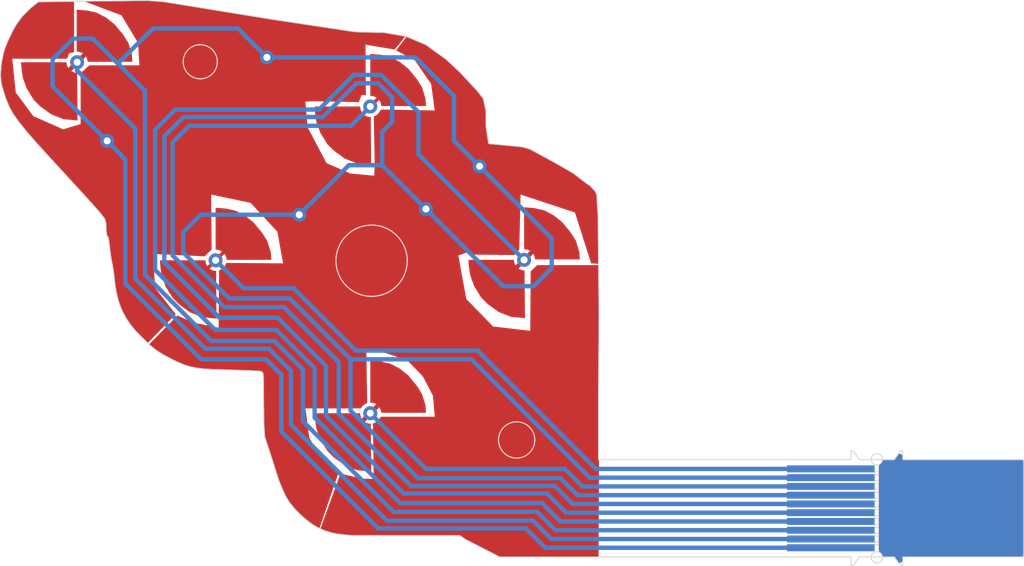
<source format=kicad_pcb>
(kicad_pcb (version 20211014) (generator pcbnew)

  (general
    (thickness 1.6)
  )

  (paper "A4")
  (layers
    (0 "F.Cu" signal)
    (31 "B.Cu" signal)
    (32 "B.Adhes" user "B.Adhesive")
    (33 "F.Adhes" user "F.Adhesive")
    (34 "B.Paste" user)
    (35 "F.Paste" user)
    (36 "B.SilkS" user "B.Silkscreen")
    (37 "F.SilkS" user "F.Silkscreen")
    (38 "B.Mask" user)
    (39 "F.Mask" user)
    (40 "Dwgs.User" user "User.Drawings")
    (41 "Cmts.User" user "User.Comments")
    (42 "Eco1.User" user "User.Eco1")
    (43 "Eco2.User" user "User.Eco2")
    (44 "Edge.Cuts" user)
    (45 "Margin" user)
    (46 "B.CrtYd" user "B.Courtyard")
    (47 "F.CrtYd" user "F.Courtyard")
    (48 "B.Fab" user)
    (49 "F.Fab" user)
    (50 "User.1" user)
    (51 "User.2" user)
    (52 "User.3" user)
    (53 "User.4" user)
    (54 "User.5" user)
    (55 "User.6" user)
    (56 "User.7" user)
    (57 "User.8" user)
    (58 "User.9" user)
  )

  (setup
    (pad_to_mask_clearance 0)
    (aux_axis_origin 84.575 106.55)
    (pcbplotparams
      (layerselection 0x00010fc_ffffffff)
      (disableapertmacros false)
      (usegerberextensions false)
      (usegerberattributes true)
      (usegerberadvancedattributes true)
      (creategerberjobfile true)
      (svguseinch false)
      (svgprecision 6)
      (excludeedgelayer true)
      (plotframeref false)
      (viasonmask false)
      (mode 1)
      (useauxorigin false)
      (hpglpennumber 1)
      (hpglpenspeed 20)
      (hpglpendiameter 15.000000)
      (dxfpolygonmode true)
      (dxfimperialunits true)
      (dxfusepcbnewfont true)
      (psnegative false)
      (psa4output false)
      (plotreference true)
      (plotvalue true)
      (plotinvisibletext false)
      (sketchpadsonfab false)
      (subtractmaskfromsilk false)
      (outputformat 1)
      (mirror false)
      (drillshape 1)
      (scaleselection 1)
      (outputdirectory "")
    )
  )

  (net 0 "")

  (gr_rect (start 102.575 107.675) (end 105.075 113.2) (layer "B.Mask") (width 0.1) (fill solid) (tstamp 2960b243-118a-4185-bce0-5676905176d7))
  (gr_circle (center 85.009706 96.425) (end 88.45 96.425) (layer "F.Mask") (width 0.1) (fill solid) (tstamp 40b4a6db-7ed5-4542-8d5c-0dd3e2ea2a7b))
  (gr_circle (center 76.234706 87.675) (end 79.675 87.675) (layer "F.Mask") (width 0.1) (fill solid) (tstamp 73a9b928-85da-4aac-94fe-d6ee84b35679))
  (gr_circle (center 67.434706 96.425) (end 70.875 96.425) (layer "F.Mask") (width 0.1) (fill solid) (tstamp a4aad249-e09d-4e97-aace-316b63647cee))
  (gr_circle (center 76.234706 105.175) (end 79.675 105.175) (layer "F.Mask") (width 0.1) (fill solid) (tstamp e3663b2e-2d60-4418-94f2-9689da630471))
  (gr_circle (center 59.509706 85.15) (end 62.95 85.15) (layer "F.Mask") (width 0.1) (fill solid) (tstamp e414d489-7dac-469b-b4f2-ade445783f1b))
  (gr_circle (center 105.125 113.25) (end 105.125 112.925) (layer "Edge.Cuts") (width 0.05) (fill none) (tstamp 099180e6-60d7-4ffa-b67f-3519272ec8e2))
  (gr_circle (center 105.125 111.45) (end 105.025 111.45) (layer "Edge.Cuts") (width 0.05) (fill none) (tstamp 12ad3c58-8dd3-48ce-b530-f4a2283b5abb))
  (gr_circle (center 66.525 84.973717) (end 67.25 85.623717) (layer "Edge.Cuts") (width 0.05) (fill none) (tstamp 2ce85dfb-a921-426b-8652-457cd164d4fd))
  (gr_circle (center 105.125 108.95) (end 105.025 108.95) (layer "Edge.Cuts") (width 0.05) (fill none) (tstamp 2f282da3-2f6e-4288-ac22-85e9bd3e2da1))
  (gr_circle (center 105.125 110.45) (end 105.025 110.45) (layer "Edge.Cuts") (width 0.05) (fill none) (tstamp 35ff2038-03ef-4fbd-8b5c-ef53aca38f9a))
  (gr_poly
    (pts
      (xy 64.475 81.55)
      (xy 70.625 82.55)
      (xy 75.275 83.25)
      (xy 75.65 83.275)
      (xy 77 83.3)
      (xy 78.275 83.525)
      (xy 79.4 84)
      (xy 80.575 84.85)
      (xy 81.35 85.575)
      (xy 82.325 86.625)
      (xy 82.675 87.075)
      (xy 82.825 87.775)
      (xy 82.825 88.625)
      (xy 82.975 89.625)
      (xy 83.025 89.65)
      (xy 84.125 89.75)
      (xy 84.875 89.825)
      (xy 85.325 89.95)
      (xy 86.625 90.65)
      (xy 87.8 91.325)
      (xy 88.55 91.9)
      (xy 88.75 92.025)
      (xy 89.075 92.375)
      (xy 89.15 92.575)
      (xy 89.225 93.875)
      (xy 89.275 99.275)
      (xy 89.25 104.125)
      (xy 89.25 107.675)
      (xy 103.65 107.675)
      (xy 103.65 107.175)
      (xy 103.775 107.175)
      (xy 104.125 107.675)
      (xy 106.125 107.675)
      (xy 106.475 107.175)
      (xy 106.6 107.175)
      (xy 106.6 107.675)
      (xy 113.5 107.675)
      (xy 113.5 113.225)
      (xy 106.6 113.225)
      (xy 106.6 113.725)
      (xy 106.475 113.725)
      (xy 106.125 113.225)
      (xy 104.125 113.225)
      (xy 103.775 113.725)
      (xy 103.65 113.725)
      (xy 103.65 113.225)
      (xy 83.6 113.225)
      (xy 81.65 112.225)
      (xy 81.325 112)
      (xy 80.85 112)
      (xy 80.325 112)
      (xy 79.4 112)
      (xy 76.375 112)
      (xy 75.125 112)
      (xy 74.6 111.95)
      (xy 74.25 111.9)
      (xy 74.025 111.85)
      (xy 73.675 111.75)
      (xy 73.225 111.55)
      (xy 72.925 111.375)
      (xy 72.625 111.15)
      (xy 72.275 110.85)
      (xy 71.925 110.5)
      (xy 71.6 110.1)
      (xy 71.375 109.725)
      (xy 71.25 109.45)
      (xy 71 108.85)
      (xy 70.425 107.05)
      (xy 70.2 106.375)
      (xy 70.15 105.6)
      (xy 70.125 103)
      (xy 70.1 102.75)
      (xy 70.075 102.7)
      (xy 70.025 102.65)
      (xy 69.875 102.625)
      (xy 69.425 102.6)
      (xy 67.15 102.525)
      (xy 66.725 102.5)
      (xy 66.325 102.45)
      (xy 65.95 102.375)
      (xy 65.625 102.275)
      (xy 65.15 102.075)
      (xy 64.475 101.725)
      (xy 64.1 101.5)
      (xy 63.775 101.25)
      (xy 63.55 101.05)
      (xy 62.85 100.35)
      (xy 62.6 100.05)
      (xy 62.3 99.625)
      (xy 62.1 99.25)
      (xy 61.95 98.9)
      (xy 61.825 98.525)
      (xy 61.75 98.2)
      (xy 61.675 97.8)
      (xy 61.575 96.95)
      (xy 61.5 96.5)
      (xy 61.475 96.4)
      (xy 61.425 96.125)
      (xy 61.375 95.75)
      (xy 61.325 95.3)
      (xy 61.3 95.15)
      (xy 61.275 95.025)
      (xy 61.25 94.95)
      (xy 61.2 94.9)
      (xy 61.175 94.825)
      (xy 61.15 94.55)
      (xy 61.15 94.3)
      (xy 61.125 94.1)
      (xy 61.075 93.95)
      (xy 60.95 93.775)
      (xy 60.75 93.525)
      (xy 60.525 93.275)
      (xy 60.35 93.075)
      (xy 59.85 92.525)
      (xy 59.3 91.925)
      (xy 59.05 91.65)
      (xy 58.775 91.35)
      (xy 58.475 91.025)
      (xy 58.45 91)
      (xy 57.9 90.4)
      (xy 57.175 89.6)
      (xy 56.65 89)
      (xy 56.225 88.475)
      (xy 56.075 88.275)
      (xy 55.9 88.025)
      (xy 55.775 87.825)
      (xy 55.625 87.55)
      (xy 55.4 87)
      (xy 55.2 86.35)
      (xy 55.175 86.225)
      (xy 55.15 86.075)
      (xy 55.125 85.725)
      (xy 55.15 85.325)
      (xy 55.2 84.925)
      (xy 55.3 84.45)
      (xy 55.375 84.2)
      (xy 55.55 83.775)
      (xy 55.825 83.2)
      (xy 56.025 82.85)
      (xy 56.35 82.4)
      (xy 56.85 81.9)
      (xy 57.3 81.55)
      (xy 63.080606 81.480073)
      (xy 63.5 81.475)
    ) (layer "Edge.Cuts") (width 0.05) (fill none) (tstamp 428f72f1-a194-4c9f-8da5-f38f380f8d85))
  (gr_circle (center 105.125 112.45) (end 105.025 112.45) (layer "Edge.Cuts") (width 0.05) (fill none) (tstamp 47102b89-d224-4c27-9c7a-5e70370eb9b2))
  (gr_circle (center 105.125 109.95) (end 105.025 109.95) (layer "Edge.Cuts") (width 0.05) (fill none) (tstamp 4d3f73fc-73ed-46e4-81cc-53b531182bbb))
  (gr_circle (center 76.3 96.325) (end 78.325 96.5) (layer "Edge.Cuts") (width 0.05) (fill none) (tstamp 665fcb33-cbbb-4bb1-907f-716cd6035b3e))
  (gr_circle (center 105.125 110.95) (end 105.025 110.95) (layer "Edge.Cuts") (width 0.05) (fill none) (tstamp 7a9ec844-2bb0-4516-880a-cf0930f1acf9))
  (gr_circle (center 105.125 111.95) (end 105.025 111.95) (layer "Edge.Cuts") (width 0.05) (fill none) (tstamp be997d28-f2ca-4772-97c0-c432634a044a))
  (gr_circle (center 84.575 106.55) (end 85.2 107.375) (layer "Edge.Cuts") (width 0.05) (fill none) (tstamp c180a1da-428b-4462-ad99-721cb35c1e92))
  (gr_circle (center 105.125 108.45) (end 105.025 108.45) (layer "Edge.Cuts") (width 0.05) (fill none) (tstamp ce72eaca-9ec0-42b9-a340-fd211fb37566))
  (gr_circle (center 105.125 107.65) (end 105.125 107.975) (layer "Edge.Cuts") (width 0.05) (fill none) (tstamp d9b3b764-4db1-4196-82bb-ea23326a63e5))
  (gr_circle (center 105.125 109.45) (end 105.025 109.45) (layer "Edge.Cuts") (width 0.05) (fill none) (tstamp e9892950-a575-4ad6-b40d-1d8be9553df9))

  (segment (start 66.325 97.375) (end 67.4 96.3) (width 0.2) (layer "F.Cu") (net 0) (tstamp 09bd9a4b-4d25-4882-9f55-e4b693daa3ba))
  (segment (start 76.225 105.025) (end 77.625 103.625) (width 0.25) (layer "F.Cu") (net 0) (tstamp 17c6647a-9270-49d7-b805-39f3bcf4e27c))
  (segment (start 75.05 106.2) (end 76.225 105.025) (width 0.25) (layer "F.Cu") (net 0) (tstamp 1d58dc98-71d2-4d74-a461-aa2a1a544141))
  (segment (start 85 96.275) (end 85.875 95.4) (width 0.25) (layer "F.Cu") (net 0) (tstamp 1e409dfc-9b23-4020-97ee-2bd4d44bd5a0))
  (segment (start 76.225 87.525) (end 75 88.75) (width 0.2) (layer "F.Cu") (net 0) (tstamp 5077572a-940e-4185-b71b-37f24f1606a9))
  (segment (start 59.5 85) (end 58.55 85.95) (width 0.25) (layer "F.Cu") (net 0) (tstamp 657d4d1b-0af0-456b-97da-2befc610ccd8))
  (segment (start 85 96.275) (end 84.025 97.25) (width 0.25) (layer "F.Cu") (net 0) (tstamp 8176ce48-20f7-488f-b255-6edd6b3a0890))
  (segment (start 76.225 87.525) (end 77.425 86.325) (width 0.2) (layer "F.Cu") (net 0) (tstamp 9868a756-09c3-4766-a328-06a1845815c2))
  (segment (start 59.5 85) (end 60.625 83.875) (width 0.25) (layer "F.Cu") (net 0) (tstamp a7689e4b-9272-4d30-9b21-06722acbce69))
  (segment (start 67.4 96.3) (end 68.65 95.05) (width 0.2) (layer "F.Cu") (net 0) (tstamp ed5ccf3e-a5d5-4d96-8558-4d77661c62fc))
  (via (at 85 96.275) (size 0.8) (drill 0.4) (layers "F.Cu" "B.Cu") (free) (net 0) (tstamp 13b727e5-2d06-4996-bdd5-1902a76656f7))
  (via (at 70.325 84.725) (size 0.8) (drill 0.4) (layers "F.Cu" "B.Cu") (net 0) (tstamp 1d45dbc6-ad7e-447a-a373-881b8c6cef90))
  (via (at 67.4 96.3) (size 0.8) (drill 0.4) (layers "F.Cu" "B.Cu") (free) (net 0) (tstamp 364b98b4-f5db-4b3f-a25b-41487fe4847e))
  (via (at 76.225 105.025) (size 0.8) (drill 0.4) (layers "F.Cu" "B.Cu") (free) (net 0) (tstamp 8447e0d7-f839-4454-b51d-46fe5949d624))
  (via (at 72.175 93.7) (size 0.8) (drill 0.4) (layers "F.Cu" "B.Cu") (net 0) (tstamp 8c2560e5-395e-4204-a8b3-43ed4cdfc9cb))
  (via (at 59.5 85) (size 0.8) (drill 0.4) (layers "F.Cu" "B.Cu") (free) (net 0) (tstamp 951b1ffe-8c12-420b-a8f0-f6f20ee377c1))
  (via (at 61.2125 89.4875) (size 0.8) (drill 0.4) (layers "F.Cu" "B.Cu") (net 0) (tstamp 9ae7f75e-690a-4d9d-9430-ffbacfb29483))
  (via (at 76.225 87.525) (size 0.8) (drill 0.4) (layers "F.Cu" "B.Cu") (free) (net 0) (tstamp af59162b-0602-475c-843b-1700d38633c5))
  (via (at 79.4 93.375) (size 0.8) (drill 0.4) (layers "F.Cu" "B.Cu") (net 0) (tstamp bf7a4b4c-c9e4-4e52-9a21-4874fc3882b3))
  (via (at 82.4625 90.9375) (size 0.8) (drill 0.4) (layers "F.Cu" "B.Cu") (net 0) (tstamp cc17e287-6235-442d-96e6-43821083d14d))
  (segment (start 87.775 110.2) (end 86.75 109.175) (width 0.25) (layer "B.Cu") (net 0) (tstamp 01689185-1e49-4ce9-9353-ad89065bc445))
  (segment (start 67.625 99.575) (end 70.95 99.575) (width 0.25) (layer "B.Cu") (net 0) (tstamp 042f84e2-63b3-4cff-96a9-21dd34b738d8))
  (segment (start 82.3 90.775) (end 82.425 90.9) (width 0.25) (layer "B.Cu") (net 0) (tstamp 0472bd1c-e517-4c64-85f4-eb184d8662d2))
  (segment (start 79.0375 93.0125) (end 76.9 90.875) (width 0.25) (layer "B.Cu") (net 0) (tstamp 04fabeea-6337-4d13-a493-b70a0ce4a077))
  (segment (start 71.625 98.475) (end 75.1 101.95) (width 0.25) (layer "B.Cu") (net 0) (tstamp 06dc1ed2-b824-4d18-a789-1bd4ec9953df))
  (segment (start 75.1 104.875) (end 78.95 108.725) (width 0.25) (layer "B.Cu") (net 0) (tstamp 07b47d74-e51e-406a-a52e-978fcbabfc49))
  (segment (start 77.475 88.4) (end 77.475 87) (width 0.25) (layer "B.Cu") (net 0) (tstamp 08cb8b0d-8676-4736-96ab-1687b8220c04))
  (segment (start 70.875 100.275) (end 73.05 102.45) (width 0.25) (layer "B.Cu") (net 0) (tstamp 0b042609-d70f-46d9-88db-032f018f9849))
  (segment (start 78.95 108.725) (end 87.075 108.725) (width 0.25) (layer "B.Cu") (net 0) (tstamp 0ea8697e-7b25-47c2-bba7-643351351b78))
  (segment (start 81 89.475) (end 82.3 90.775) (width 0.25) (layer "B.Cu") (net 0) (tstamp 125392cc-1912-4352-99cc-30f064c17fe1))
  (segment (start 77.175 111.15) (end 71.7 105.675) (width 0.25) (layer "B.Cu") (net 0) (tstamp 12625063-e09e-4dda-9065-9e335ffa4a16))
  (segment (start 61.2125 89.4875) (end 60.7625 89.0375) (width 0.25) (layer "B.Cu") (net 0) (tstamp 1437341b-b1e4-4ebd-afef-65edd8c2222e))
  (segment (start 73.7 102.325) (end 73.7 105.175) (width 0.25) (layer "B.Cu") (net 0) (tstamp 145384af-694b-486c-bc7c-6f1b982baea9))
  (segment (start 71.725 84.725) (end 78.8 84.725) (width 0.25) (layer "B.Cu") (net 0) (tstamp 166a2f4b-ca07-4220-ae5d-fd45bdbab769))
  (segment (start 72.9 92.975) (end 73.3875 92.4875) (width 0.25) (layer "B.Cu") (net 0) (tstamp 17418d71-b3f3-4c74-8862-53b33010fa2a))
  (segment (start 68.675 83.075) (end 68.75 83.15) (width 0.25) (layer "B.Cu") (net 0) (tstamp 17804fa0-b27d-40fa-9b58-c20d92d65abf))
  (segment (start 86.025 110.15) (end 87.075 111.2) (width 0.25) (layer "B.Cu") (net 0) (tstamp 195c324b-1dcb-4235-8201-621d396f76d5))
  (segment (start 71.15 102.825) (end 70.275 101.95) (width 0.25) (layer "B.Cu") (net 0) (tstamp 1df053c7-668e-4a8d-bcaa-f36237669d13))
  (segment (start 67.15 100.9) (end 63.375 97.125) (width 0.25) (layer "B.Cu") (net 0) (tstamp 1df43490-671e-4b62-a00a-fd6170015fe6))
  (segment (start 63.95 96.85) (end 67.375 100.275) (width 0.25) (layer "B.Cu") (net 0) (tstamp 21e48bb6-c3b2-4294-bb1d-fed7202c0091))
  (segment (start 76.9 88.975) (end 77.475 88.4) (width 0.25) (layer "B.Cu") (net 0) (tstamp 2293f0fa-94b8-4182-a4bd-200458318d07))
  (segment (start 70.275 101.95) (end 66.575 101.95) (width 0.25) (layer "B.Cu") (net 0) (tstamp 22c16456-504d-4652-97dd-321a46cb3bde))
  (segment (start 85.5 111.15) (end 77.175 111.15) (width 0.25) (layer "B.Cu") (net 0) (tstamp 23499b4c-f796-4fa7-977e-76e6dfde4902))
  (segment (start 85 96.275) (end 78.975 90.25) (width 0.25) (layer "B.Cu") (net 0) (tstamp 24c77c07-b57f-41ec-9b18-6ba2d25b92dd))
  (segment (start 86.575 95.05) (end 86.575 96.75) (width 0.25) (layer "B.Cu") (net 0) (tstamp 2804605f-8f57-4c60-9d68-fea7e2845d4a))
  (segment (start 85.75 110.65) (end 77.55 110.65) (width 0.25) (layer "B.Cu") (net 0) (tstamp 28a0b6db-0e48-43d5-993b-c842622febe9))
  (segment (start 79.4 108.2) (end 76.225 105.025) (width 0.25) (layer "B.Cu") (net 0) (tstamp 29484497-8fc6-46af-8079-2d63b36191b3))
  (segment (start 104.875 109.2) (end 88.325 109.2) (width 0.25) (layer "B.Cu") (net 0) (tstamp 2a20563c-59a9-4e5a-8cd4-f45476b4a89a))
  (segment (start 60.7625 89.0375) (end 58.1 86.375) (width 0.25) (layer "B.Cu") (net 0) (tstamp 2bb4d0e1-8aea-4a54-acf8-1eb52202ab21))
  (segment (start 72.375 105.475) (end 72.375 102.525) (width 0.25) (layer "B.Cu") (net 0) (tstamp 2ce4fefa-0182-4e35-9a18-a2801491e735))
  (segment (start 62.25 97.625) (end 62.25 90.575) (width 0.25) (layer "B.Cu") (net 0) (tstamp 2d95dd99-eb70-4897-a28f-a49c03b824cb))
  (segment (start 87.4 110.7) (end 104.85 110.7) (width 0.25) (layer "B.Cu") (net 0) (tstamp 2e21e1c4-7f20-4be4-a8bd-81a8a025c453))
  (segment (start 73.3875 92.4875) (end 75 90.875) (width 0.25) (layer "B.Cu") (net 0) (tstamp 32a730fe-363b-42a1-b769-84c061c58b69))
  (segment (start 85.55 97.775) (end 83.8 97.775) (width 0.25) (layer "B.Cu") (net 0) (tstamp 3324ab1b-f4b8-4d90-8640-49f740edbdff))
  (segment (start 66.825 101.35) (end 62.825 97.35) (width 0.25) (layer "B.Cu") (net 0) (tstamp 3612bb86-39da-4cba-b96e-7bdf78579634))
  (segment (start 62.05 90.375) (end 62.05 90.325) (width 0.25) (layer "B.Cu") (net 0) (tstamp 3805cd15-5f9a-4abd-9f0d-0c4f4c0161a2))
  (segment (start 65.55 94.7) (end 65.55 95.85) (width 0.25) (layer "B.Cu") (net 0) (tstamp 3a83c285-a901-4599-9a13-f190cbbedddc))
  (segment (start 76.675 111.6) (end 71.15 106.075) (width 0.25) (layer "B.Cu") (net 0) (tstamp 3c58c08a-eb85-40ae-acef-e5f9e3f9985c))
  (segment (start 85.1 111.6) (end 76.675 111.6) (width 0.25) (layer "B.Cu") (net 0) (tstamp 3dfca6bd-68e5-4e97-ab24-c226d9eaa76e))
  (segment (start 67.9 98.975) (end 64.95 96.025) (width 0.25) (layer "B.Cu") (net 0) (tstamp 3e870494-3af2-4588-8eb9-2e6c1431f583))
  (segment (start 86.2 112.7) (end 85.1 111.6) (width 0.25) (layer "B.Cu") (net 0) (tstamp 3f8d63a4-a98d-41c6-9cc2-135e22740165))
  (segment (start 87.325 108.2) (end 79.4 108.2) (width 0.25) (layer "B.Cu") (net 0) (tstamp 4050c60a-bfd1-4ad4-ba87-864e6d8a4e18))
  (segment (start 64.475 89.225) (end 64.475 96.425) (width 0.25) (layer "B.Cu") (net 0) (tstamp 4520ae62-3ee2-469e-90cf-a6459fe47b72))
  (segment (start 89.1 108.2) (end 82.35 101.45) (width 0.25) (layer "B.Cu") (net 0) (tstamp 45512810-bcb3-4343-ae0e-2772389b4f34))
  (segment (start 86.55 112.2) (end 85.5 111.15) (width 0.25) (layer "B.Cu") (net 0) (tstamp 49258f7f-e479-4a12-a9b4-0b0221a73992))
  (segment (start 86.75 109.175) (end 78.55 109.175) (width 0.25) (layer "B.Cu") (net 0) (tstamp 4f33f1ac-2fe8-429f-a6d8-4696eae693c0))
  (segment (start 79.4 93.375) (end 79.0375 93.0125) (width 0.25) (layer "B.Cu") (net 0) (tstamp 5053df11-5efa-4688-afea-463174a83d92))
  (segment (start 104.875 112.2) (end 86.55 112.2) (width 0.25) (layer "B.Cu") (net 0) (tstamp 526d5746-8a37-4d42-b41b-4ba358769e2c))
  (segment (start 70.75 100.9) (end 67.15 100.9) (width 0.25) (layer "B.Cu") (net 0) (tstamp 55c22ebc-feae-493a-9a05-4347872f42ad))
  (segment (start 68.75 83.15) (end 70.25 84.65) (width 0.25) (layer "B.Cu") (net 0) (tstamp 57bfa766-c950-48e4-8cbc-545aa61cfc0a))
  (segment (start 65.1 87.7) (end 63.95 88.85) (width 0.25) (layer "B.Cu") (net 0) (tstamp 615ce523-e015-467f-8e2a-1040fbbf7165))
  (segment (start 78.55 109.175) (end 74.425 105.05) (width 0.25) (layer "B.Cu") (net 0) (tstamp 621148e4-38ca-4efc-9e71-74cb27898746))
  (segment (start 88.325 109.2) (end 87.325 108.2) (width 0.25) (layer "B.Cu") (net 0) (tstamp 634cfac5-0981-4f81-9e1c-7b3156f7d92d))
  (segment (start 67.375 100.275) (end 70.875 100.275) (width 0.25) (layer "B.Cu") (net 0) (tstamp 64de3ded-f94d-48a3-a57b-0d9b9e1d6cab))
  (segment (start 73.05 105.275) (end 77.925 110.15) (width 0.25) (layer "B.Cu") (net 0) (tstamp 673c021b-bb3d-460c-bafb-f7f19b4d15c0))
  (segment (start 88.75 108.7) (end 82 101.95) (width 0.25) (layer "B.Cu") (net 0) (tstamp 6c3f23e2-76a7-4e1a-81a7-c75debcfaebf))
  (segment (start 59.275 83.65) (end 60.4 83.65) (width 0.25) (layer "B.Cu") (net 0) (tstamp 6dad5bb1-a712-446a-b660-d7797d764a32))
  (segment (start 65.9 88.625) (end 75.125 88.625) (width 0.25) (layer "B.Cu") (net 0) (tstamp 6f7ed3b7-0cd8-49f8-b106-59b4a3631569))
  (segment (start 104.85 109.7) (end 104.875 109.725) (width 0.25) (layer "B.Cu") (net 0) (tstamp 703220c2-ead7-481b-a4ed-a85fd3cc5054))
  (segment (start 72.9 92.975) (end 72.175 93.7) (width 0.25) (layer "B.Cu") (net 0) (tstamp 7142c3c0-0dad-4fb2-a229-b8c1a25c8997))
  (segment (start 76.675 86.2) (end 75.45 86.2) (width 0.25) (layer "B.Cu") (net 0) (tstamp 768fc7ba-2d9f-44b1-9741-fa67f952b0cc))
  (segment (start 62.25 90.575) (end 62.05 90.375) (width 0.25) (layer "B.Cu") (net 0) (tstamp 7b0287f2-662c-4d6b-8909-b2fc89ebd432))
  (segment (start 62.05 90.325) (end 61.45 89.725) (width 0.25) (layer "B.Cu") (net 0) (tstamp 7eba27eb-2d47-4704-b3ca-82e27e49b62f))
  (segment (start 68.175 98.475) (end 71.625 98.475) (width 0.25) (layer "B.Cu") (net 0) (tstamp 7fc18ace-4751-4039-8af7-383a2ad49586))
  (segment (start 87.075 108.725) (end 88.05 109.7) (width 0.25) (layer "B.Cu") (net 0) (tstamp 836f0dc3-9379-43a6-bf26-d3666fd4b766))
  (segment (start 63.825 83.075) (end 68.675 83.075) (width 0.25) (layer "B.Cu") (net 0) (tstamp 8464784d-ddc4-449a-b44d-2c66fa415996))
  (segment (start 71.3 98.975) (end 67.9 98.975) (width 0.25) (layer "B.Cu") (net 0) (tstamp 84fe244b-9403-4639-a359-9531e247e70d))
  (segment (start 71.85 97.9) (end 69 97.9) (width 0.25) (layer "B.Cu") (net 0) (tstamp 85311751-e332-47d4-8ab0-7a38513a986d))
  (segment (start 71.15 106.075) (end 71.15 102.825) (width 0.25) (layer "B.Cu") (net 0) (tstamp 8c080ae0-2f3c-446d-b8e7-bbb9c5fd6817))
  (segment (start 73.525 88.125) (end 65.575 88.125) (width 0.25) (layer "B.Cu") (net 0) (tstamp 8d5837cb-cf65-49ae-8d25-47d905b65ee1))
  (segment (start 75.275 85.725) (end 73.3 87.7) (width 0.25) (layer "B.Cu") (net 0) (tstamp 8efc93e0-4971-4bbe-8589-421e460c2198))
  (segment (start 62.825 97.35) (end 62.825 91.475) (width 0.25) (layer "B.Cu") (net 0) (tstamp 96e41538-7111-47f2-9d1f-47595d9236f7))
  (segment (start 82 101.95) (end 75.1 101.95) (width 0.25) (layer "B.Cu") (net 0) (tstamp 9735273a-eddd-4ed2-8432-fb7d9895ee1a))
  (segment (start 86.8 111.7) (end 85.75 110.65) (width 0.25) (layer "B.Cu") (net 0) (tstamp 9aa3b2f2-fe60-4e90-a7b1-2637350745ff))
  (segment (start 75.4 101.45) (end 71.85 97.9) (width 0.25) (layer "B.Cu") (net 0) (tstamp 9c0ea62f-495c-4013-a4e4-6329d12c2abd))
  (segment (start 76.85 85.725) (end 75.275 85.725) (width 0.25) (layer "B.Cu") (net 0) (tstamp 9d36f64b-6445-46ff-b521-f1f4982f21f9))
  (segment (start 75.125 88.625) (end 76.225 87.525) (width 0.25) (layer "B.Cu") (net 0) (tstamp 9d6b6e8d-545e-4943-9891-e8c6687b664d))
  (segment (start 82.425 90.9) (end 82.4625 90.9375) (width 0.25) (layer "B.Cu") (net 0) (tstamp 9d71a950-9072-4db3-a881-3a71ac3b4166))
  (segment (start 86.575 96.75) (end 85.55 97.775) (width 0.25) (layer "B.Cu") (net 0) (tstamp 9e1f8ac9-55f0-4b67-8448-bc7b966092b9))
  (segment (start 63.375 97.125) (end 63.375 86.625) (width 0.25) (layer "B.Cu") (net 0) (tstamp a0081348-a6bc-4b47-9eca-156bdfa69932))
  (segment (start 74.425 105.05) (end 74.425 102.1) (width 0.25) (layer "B.Cu") (net 0) (tstamp a3b3a35d-f556-42ed-802f-4f47eaf65432))
  (segment (start 58.1 84.825) (end 59.275 83.65) (width 0.25) (layer "B.Cu") (net 0) (tstamp a43c6d1e-30e1-4ce6-928a-cb637a8c3f88))
  (segment (start 104.875 108.7) (end 88.75 108.7) (width 0.25) (layer "B.Cu") (net 0) (tstamp a7b56d81-1ac0-4253-a179-6d099ecacf63))
  (segment (start 72.175 93.7) (end 66.55 93.7) (width 0.25) (layer "B.Cu") (net 0) (tstamp a8547a17-e370-488d-b142-e8a5f3ee1367))
  (segment (start 81 86.925) (end 81 89.475) (width 0.25) (layer "B.Cu") (net 0) (tstamp aa253375-61e2-4019-bf15-fee893237e98))
  (segment (start 71.7 102.6) (end 70.45 101.35) (width 0.25) (layer "B.Cu") (net 0) (tstamp aab36f96-2643-4e31-bca2-3d155f7ff90b))
  (segment (start 78.8 84.725) (end 81 86.925) (width 0.25) (layer "B.Cu") (net 0) (tstamp ab322106-60db-4758-a5a5-5540ccc57837))
  (segment (start 73.3 87.7) (end 65.1 87.7) (width 0.25) (layer "B.Cu") (net 0) (tstamp ab32a6dd-6150-4142-ac1c-210eefeb2c16))
  (segment (start 63.95 88.85) (end 63.95 96.85) (width 0.25) (layer "B.Cu") (net 0) (tstamp ae0f9baa-81ec-41e8-a3f6-88511237e536))
  (segment (start 65.575 88.125) (end 64.475 89.225) (width 0.25) (layer "B.Cu") (net 0) (tstamp b0fd2708-7e25-4cc7-83c8-99d985a2e351))
  (segment (start 83.8 97.775) (end 79.8125 93.7875) (width 0.25) (layer "B.Cu") (net 0) (tstamp b249e2e7-6983-4138-93bb-49bcf019938b))
  (segment (start 77.475 87) (end 76.675 86.2) (width 0.25) (layer "B.Cu") (net 0) (tstamp b2f62ccb-453e-4811-9035-2e2bd7349ff6))
  (segment (start 104.875 108.2) (end 89.1 108.2) (width 0.25) (layer "B.Cu") (net 0) (tstamp b37f0544-725a-4515-b535-0bef1c7489d5))
  (segment (start 71.7 105.675) (end 71.7 102.6) (width 0.25) (layer "B.Cu") (net 0) (tstamp b571ac7b-3f87-4662-b8c5-6235a360e153))
  (segment (start 63.375 86.625) (end 61.825 85.075) (width 0.25) (layer "B.Cu") (net 0) (tstamp b5739b62-3b09-4085-a1ac-790ee14549d3))
  (segment (start 62.825 88.8) (end 59.5 85.475) (width 0.25) (layer "B.Cu") (net 0) (tstamp b65da48e-0d34-430e-89e1-5961eee3c0a2))
  (segment (start 75 90.875) (end 76.9 90.875) (width 0.25) (layer "B.Cu") (net 0) (tstamp b75e6a5c-8b44-4fdd-9845-abae84a0df5e))
  (segment (start 61.825 85.075) (end 63.825 83.075) (width 0.25) (layer "B.Cu") (net 0) (tstamp b77d842b-9037-4298-9dac-0c5f702f65cb))
  (segment (start 78.975 90.25) (end 78.975 87.85) (width 0.25) (layer "B.Cu") (net 0) (tstamp b7ca5bf5-3a97-4d12-9d49-07a12a62ac50))
  (segment (start 76.9 90.875) (end 76.9 88.975) (width 0.25) (layer "B.Cu") (net 0) (tstamp b7e68a17-463a-40ec-87e3-245fddae2cee))
  (segment (start 64.475 96.425) (end 67.625 99.575) (width 0.25) (layer "B.Cu") (net 0) (tstamp b90285b3-62f5-43ae-bf89-37d3cea44cfa))
  (segment (start 78.975 87.85) (end 76.85 85.725) (width 0.25) (layer "B.Cu") (net 0) (tstamp ba0f12f9-5008-462f-827a-53c5acd63d3f))
  (segment (start 72.375 102.525) (end 70.75 100.9) (width 0.25) (layer "B.Cu") (net 0) (tstamp baafa235-9cd3-4ae4-90d0-b151b3309963))
  (segment (start 77.925 110.15) (end 86.025 110.15) (width 0.25) (layer "B.Cu") (net 0) (tstamp bd08a730-6b9d-40e4-87a3-3ec6bb6517cc))
  (segment (start 86.3 109.6) (end 87.4 110.7) (width 0.25) (layer "B.Cu") (net 0) (tstamp bd2abe70-bdef-46be-af90-e894d081e6fc))
  (segment (start 73.05 102.45) (end 73.05 105.275) (width 0.25) (layer "B.Cu") (net 0) (tstamp bebfeba4-5fb1-4702-9b62-433cc92ff16c))
  (segment (start 75.45 86.2) (end 73.525 88.125) (width 0.25) (layer "B.Cu") (net 0) (tstamp c56ee16e-d404-4c90-ae3f-4b245d5b9331))
  (segment (start 64.95 96.025) (end 64.95 89.575) (width 0.25) (layer "B.Cu") (net 0) (tstamp caa21832-bee9-44d8-85c6-ccadb5b67c6f))
  (segment (start 69 97.9) (end 67.4 96.3) (width 0.25) (layer "B.Cu") (net 0) (tstamp cf14b8de-017e-4aa9-83a8-272e39dfd04d))
  (segment (start 75.1 101.95) (end 75.1 104.875) (width 0.25) (layer "B.Cu") (net 0) (tstamp d1098b76-980b-44a0-8711-957e7f005b42))
  (segment (start 59.5 85.475) (end 59.5 85) (width 0.25) (layer "B.Cu") (net 0) (tstamp d3674fbc-a388-47fa-b7e2-8a99ebaaf5f1))
  (segment (start 88.05 109.7) (end 104.85 109.7) (width 0.25) (layer "B.Cu") (net 0) (tstamp d3c2dc1d-63cc-41a7-960e-85fd642e85e2))
  (segment (start 70.45 101.35) (end 66.825 101.35) (width 0.25) (layer "B.Cu") (net 0) (tstamp d48d9f1a-c3e6-4e80-be1a-24dedb388e89))
  (segment (start 61.45 89.725) (end 61.2125 89.4875) (width 0.25) (layer "B.Cu") (net 0) (tstamp d5ee352e-12b2-471e-87c3-0643b6bd61f4))
  (segment (start 70.325 84.725) (end 71.725 84.725) (width 0.25) (layer "B.Cu") (net 0) (tstamp d6168bba-d76a-4755-8c1f-9e6b93d05f2c))
  (segment (start 82.4625 90.9375) (end 86.575 95.05) (width 0.25) (layer "B.Cu") (net 0) (tstamp d885c863-3907-4f98-84d6-f304b1d46304))
  (segment (start 70.95 99.575) (end 73.7 102.325) (width 0.25) (layer "B.Cu") (net 0) (tstamp dc622c49-85d1-4e64-bdf6-e823c7fb880f))
  (segment (start 79.5625 93.5375) (end 79.5375 93.5125) (width 0.25) (layer "B.Cu") (net 0) (tstamp de4bedb1-ea55-4ce1-a174-4732c0226958))
  (segment (start 79.8125 93.7875) (end 79.5625 93.5375) (width 0.25) (layer "B.Cu") (net 0) (tstamp de78fdd8-8cb6-4b29-a96e-df27d14bbb79))
  (segment (start 64.95 89.575) (end 65.9 88.625) (width 0.25) (layer "B.Cu") (net 0) (tstamp def05e2f-4565-4fba-ac4f-b9f9a997b564))
  (segment (start 79.5375 93.5125) (end 79.4 93.375) (width 0.25) (layer "B.Cu") (net 0) (tstamp e0718b74-05cb-4f6c-b4c0-787a58b7e202))
  (segment (start 60.4 83.65) (end 61.825 85.075) (width 0.25) (layer "B.Cu") (net 0) (tstamp e26e631e-554b-4d07-95e3-e7fb21f52917))
  (segment (start 73.7 105.175) (end 78.125 109.6) (width 0.25) (layer "B.Cu") (net 0) (tstamp e2da9f39-1912-49f5-b1c0-45c8f16d5b6a))
  (segment (start 77.55 110.65) (end 72.375 105.475) (width 0.25) (layer "B.Cu") (net 0) (tstamp e5064d12-cc65-4145-861c-9e87b534bb00))
  (segment (start 104.85 111.7) (end 86.8 111.7) (width 0.25) (layer "B.Cu") (net 0) (tstamp e5398e08-6151-49ab-85cf-b7fbfab65a6f))
  (segment (start 74.425 102.1) (end 71.3 98.975) (width 0.25) (layer "B.Cu") (net 0) (tstamp e5c63481-144b-441e-a6a7-0b1bcc6f82d2))
  (segment (start 87.075 111.2) (end 104.875 111.2) (width 0.25) (layer "B.Cu") (net 0) (tstamp e63b0cb5-92a2-4675-a0f4-621c9715d076))
  (segment (start 62.825 91.5) (end 62.825 88.8) (width 0.25) (layer "B.Cu") (net 0) (tstamp ea20d720-fdf7-49f7-8295-1b73551d7397))
  (segment (start 82.35 101.45) (end 75.4 101.45) (width 0.25) (layer "B.Cu") (net 0) (tstamp eb921013-c380-444c-a801-39b92ccd7b2f))
  (segment (start 66.55 93.7) (end 65.55 94.7) (width 0.25) (layer "B.Cu") (net 0) (tstamp f23ec90e-2617-47d5-8512-2b64d5087022))
  (segment (start 58.1 86.375) (end 58.1 84.825) (width 0.25) (layer "B.Cu") (net 0) (tstamp f5812416-7dae-4700-aa0f-a9aa35047adb))
  (segment (start 78.125 109.6) (end 86.3 109.6) (width 0.25) (layer "B.Cu") (net 0) (tstamp f67dfd4a-a4f5-4130-8977-d243b3621c3e))
  (segment (start 66.575 101.95) (end 62.25 97.625) (width 0.25) (layer "B.Cu") (net 0) (tstamp f91bb24a-86f0-4126-98df-e36346725bac))
  (segment (start 65.55 95.85) (end 68.175 98.475) (width 0.25) (layer "B.Cu") (net 0) (tstamp fb704724-0a4f-4e2c-9655-d9ea72ca2186))
  (segment (start 104.875 110.2) (end 87.775 110.2) (width 0.25) (layer "B.Cu") (net 0) (tstamp fbdfd0b8-2d23-417f-99cc-c8e5643973cc))
  (segment (start 70.25 84.65) (end 70.325 84.725) (width 0.25) (layer "B.Cu") (net 0) (tstamp fc6c5c7b-f029-4ee6-93d8-3fd2c5887335))
  (segment (start 104.85 112.7) (end 86.2 112.7) (width 0.25) (layer "B.Cu") (net 0) (tstamp fdc9c204-8e1a-4b4f-b02c-73ef70c5fd5f))

  (zone (net 0) (net_name "") (layer "F.Cu") (tstamp 21bc4ca1-5e40-4839-9705-25d104d41dec) (hatch edge 0.508)
    (connect_pads yes (clearance 0.0255))
    (min_thickness 0.0255) (filled_areas_thickness no)
    (fill yes (thermal_gap 0.0255) (thermal_bridge_width 0.0255))
    (polygon
      (pts
        (xy 76.825 102.075)
        (xy 77.375 102.2)
        (xy 77.9 102.475)
        (xy 78.4 102.875)
        (xy 78.875 103.45)
        (xy 79.175 103.925)
        (xy 79.375 104.575)
        (xy 79.4 104.925)
        (xy 79.4 105)
        (xy 76.55 105)
        (xy 76.25 105.25)
        (xy 76.275 108.35)
        (xy 75.475 108.275)
        (xy 74.775 108)
        (xy 74.15 107.55)
        (xy 73.775 107.175)
        (xy 73.375 106.525)
        (xy 73.15 105.9)
        (xy 73.075 105.4)
        (xy 73.05 105.025)
        (xy 76.225 105.025)
        (xy 76.225 102.025)
      )
    )
    (filled_polygon
      (layer "F.Cu")
      (island)
      (pts
        (xy 75.642323 105.028441)
        (xy 75.645663 105.035216)
        (xy 75.664956 105.181762)
        (xy 75.725464 105.327841)
        (xy 75.821718 105.453282)
        (xy 75.947159 105.549536)
        (xy 75.94787 105.54983)
        (xy 75.947869 105.54983)
        (xy 76.092525 105.609749)
        (xy 76.092527 105.60975)
        (xy 76.093238 105.610044)
        (xy 76.144977 105.616856)
        (xy 76.24294 105.629753)
        (xy 76.250728 105.634249)
        (xy 76.253156 105.641307)
        (xy 76.274895 108.336992)
        (xy 76.27152 108.345328)
        (xy 76.26324 108.348837)
        (xy 76.262053 108.348786)
        (xy 75.476649 108.275155)
        (xy 75.473452 108.274392)
        (xy 74.776377 108.000541)
        (xy 74.773807 107.999141)
        (xy 74.150771 107.550555)
        (xy 74.149328 107.549328)
        (xy 73.775973 107.175973)
        (xy 73.774275 107.173822)
        (xy 73.375636 106.526033)
        (xy 73.374588 106.523855)
        (xy 73.150393 105.901093)
        (xy 73.149828 105.898856)
        (xy 73.075072 105.400479)
        (xy 73.074968 105.399518)
        (xy 73.060498 105.182475)
        (xy 73.050835 105.037531)
        (xy 73.053716 105.029013)
        (xy 73.062559 105.025)
        (xy 75.634014 105.025)
      )
    )
    (filled_polygon
      (layer "F.Cu")
      (island)
      (pts
        (xy 76.237726 102.026061)
        (xy 76.740395 102.06795)
        (xy 76.824174 102.074931)
        (xy 76.825801 102.075182)
        (xy 77.373507 102.199661)
        (xy 77.376355 102.20071)
        (xy 77.898999 102.474476)
        (xy 77.900887 102.47571)
        (xy 78.399055 102.874244)
        (xy 78.400772 102.875934)
        (xy 78.874527 103.449427)
        (xy 78.875402 103.450636)
        (xy 79.174164 103.923676)
        (xy 79.17546 103.926495)
        (xy 79.374605 104.573719)
        (xy 79.375095 104.576337)
        (xy 79.39997 104.92458)
        (xy 79.4 104.925417)
        (xy 79.4 104.98825)
        (xy 79.396559 104.996559)
        (xy 79.38825 105)
        (xy 76.862695 105)
        (xy 76.854386 104.996559)
        (xy 76.851046 104.989784)
        (xy 76.842462 104.92458)
        (xy 76.835044 104.868238)
        (xy 76.830968 104.858396)
        (xy 76.77483 104.722869)
        (xy 76.774536 104.722159)
        (xy 76.678282 104.596718)
        (xy 76.552841 104.500464)
        (xy 76.475862 104.468578)
        (xy 76.407475 104.440251)
        (xy 76.407473 104.44025)
        (xy 76.406762 104.439956)
        (xy 76.25 104.419318)
        (xy 76.238282 104.420861)
        (xy 76.229597 104.418533)
        (xy 76.2251 104.410744)
        (xy 76.225 104.409211)
        (xy 76.225 102.03777)
        (xy 76.228441 102.029461)
        (xy 76.23675 102.02602)
      )
    )
  )
  (zone (net 0) (net_name "") (layer "F.Cu") (tstamp 330758b3-ff04-4116-81d7-97ec47c05afa) (hatch edge 0.508)
    (connect_pads yes (clearance 0.0255))
    (min_thickness 0.0255) (filled_areas_thickness no)
    (fill yes (thermal_gap 0.0255) (thermal_bridge_width 0.0255))
    (polygon
      (pts
        (xy 59.325 84.45)
        (xy 59.05 84.475)
        (xy 58.925 84.8)
        (xy 55.8 84.8)
        (xy 56 86.725)
        (xy 57 88.075)
        (xy 58.7 88.825)
        (xy 59.7 88.525)
        (xy 59.7 85.6)
        (xy 60.2 85.175)
        (xy 63.05 85.175)
        (xy 62.977161 83.901066)
        (xy 62.030848 82.326536)
        (xy 59.9 81.525)
        (xy 63.5 81.475)
        (xy 64.475 81.55)
        (xy 69.829172 82.425)
        (xy 75.275 83.25)
        (xy 77 83.3)
        (xy 78.225 83.525)
        (xy 77.625 84.275)
        (xy 75.952539 83.99998)
        (xy 75.975 86.875)
        (xy 75.725 86.875)
        (xy 75.575 87.275)
        (xy 73.025 87.225)
        (xy 72.525 87.25)
        (xy 72.644257 88.703041)
        (xy 73.73277 90.759122)
        (xy 75.1 91.35)
        (xy 76.45 91.475)
        (xy 76.475 90.85)
        (xy 76.425 88.1)
        (xy 76.85 87.7)
        (xy 79.9 87.75)
        (xy 79.7 86.25)
        (xy 78.775 84.9)
        (xy 77.7 84.325)
        (xy 78.3 83.525)
        (xy 79.425 84)
        (xy 80.575 84.85)
        (xy 81.35 85.6)
        (xy 82.3 86.6)
        (xy 82.675 87.075)
        (xy 82.825 87.775)
        (xy 82.825 88.625)
        (xy 82.975 89.625)
        (xy 83.025 89.65)
        (xy 84.9 89.825)
        (xy 85.375 89.975)
        (xy 87.825 91.325)
        (xy 88.75 92.025)
        (xy 89.075 92.375)
        (xy 89.175 92.6)
        (xy 89.25 96.5)
        (xy 88.825 96.475)
        (xy 87.9 93.575)
        (xy 84.8 92.55)
        (xy 84.725 95.7)
        (xy 84.45 96)
        (xy 81.825 95.975)
        (xy 81.825 95.825)
        (xy 81.25 96.025)
        (xy 81.7 98.5)
        (xy 83.225 100.075)
        (xy 85.35 100.325)
        (xy 85.375 96.925)
        (xy 85.75 96.575)
        (xy 89.25 96.575)
        (xy 89.275 107.625)
        (xy 89.25 113.225)
        (xy 83.6 113.225)
        (xy 81.65 112.225)
        (xy 81.325 112)
        (xy 75.125 112)
        (xy 74.25 111.9)
        (xy 74.025 111.85)
        (xy 73.675 111.75)
        (xy 73.375 111.625)
        (xy 74.525 108.475)
        (xy 75.798633 108.756192)
        (xy 76.425 108.775)
        (xy 76.375 105.575)
        (xy 76.85 105.225)
        (xy 79.9 105.225)
        (xy 79.8 104.025)
        (xy 79.225 102.925)
        (xy 78.325 102)
        (xy 76.975 101.55)
        (xy 76 101.5)
        (xy 76.05 104.425)
        (xy 75.675 104.75)
        (xy 72.525 104.75)
        (xy 72.745473 106.425596)
        (xy 73.365024 107.485707)
        (xy 74.4 108.45)
        (xy 73.325 111.6)
        (xy 72.9 111.35)
        (xy 72.275 110.85)
        (xy 71.925 110.5)
        (xy 71.6 110.1)
        (xy 71.35 109.675)
        (xy 70.975 108.775)
        (xy 70.2 106.375)
        (xy 70.15 105.575)
        (xy 70.125 103)
        (xy 70.1 102.725)
        (xy 70.025 102.65)
        (xy 69.825 102.625)
        (xy 67.45 102.525)
        (xy 66.7 102.5)
        (xy 66.225 102.425)
        (xy 65.95 102.375)
        (xy 65.625 102.275)
        (xy 65.15 102.075)
        (xy 64.45 101.7)
        (xy 64.075 101.475)
        (xy 63.6 101.1)
        (xy 65.225 99.45)
        (xy 66.124145 99.854195)
        (xy 67.575 100.15)
        (xy 67.6 96.85)
        (xy 67.875 96.775)
        (xy 68 96.45)
        (xy 71.25 96.475)
        (xy 70.925 94.675)
        (xy 69.4 93.025)
        (xy 67.15 92.55)
        (xy 67.175 95.7)
        (xy 66.775 96.075)
        (xy 63.825 95.931518)
        (xy 63.95 97.875)
        (xy 65.125 99.375)
        (xy 63.525 101.025)
        (xy 62.85 100.35)
        (xy 62.6 100.05)
        (xy 62.3 99.625)
        (xy 62.1 99.25)
        (xy 61.95 98.9)
        (xy 61.825 98.5)
        (xy 61.75 98.175)
        (xy 61.675 97.8)
        (xy 61.575 96.95)
        (xy 61.5 96.5)
        (xy 61.475 96.4)
        (xy 61.425 96.125)
        (xy 61.325 95.3)
        (xy 61.275 95.05)
        (xy 61.25 94.95)
        (xy 61.2 94.9)
        (xy 61.175 94.823943)
        (xy 61.15 94.55)
        (xy 61.15 94.3)
        (xy 61.125 94.099589)
        (xy 61.05 93.9)
        (xy 60.75 93.525)
        (xy 56.7 89.05)
        (xy 56.4 88.7)
        (xy 55.925 88.075)
        (xy 55.625 87.55)
        (xy 55.4 86.975)
        (xy 55.2 86.35)
        (xy 55.15 86.05)
        (xy 55.125 85.725)
        (xy 55.2 84.9)
        (xy 55.375 84.2)
        (xy 55.525 83.825)
        (xy 55.975 82.9)
        (xy 56.375 82.35)
        (xy 56.875 81.875)
        (xy 57.325 81.55)
        (xy 59.325 81.525)
      )
    )
    (filled_polygon
      (layer "F.Cu")
      (island)
      (pts
        (xy 63.499678 81.501052)
        (xy 64.471414 81.575801)
        (xy 64.472388 81.575916)
        (xy 70.615856 82.574855)
        (xy 70.615886 82.574863)
        (xy 70.616016 82.574941)
        (xy 70.616426 82.575003)
        (xy 70.616427 82.575003)
        (xy 70.6209 82.575676)
        (xy 70.621033 82.575696)
        (xy 70.625931 82.576493)
        (xy 70.626077 82.576459)
        (xy 70.626111 82.576461)
        (xy 75.266541 83.275019)
        (xy 75.267234 83.275164)
        (xy 75.268111 83.275598)
        (xy 75.269755 83.275708)
        (xy 75.271707 83.275838)
        (xy 75.272673 83.275943)
        (xy 75.275097 83.276308)
        (xy 75.2751 83.276308)
        (xy 75.276243 83.27648)
        (xy 75.277193 83.276244)
        (xy 75.277906 83.276251)
        (xy 75.481097 83.289797)
        (xy 75.643555 83.300628)
        (xy 75.643806 83.300664)
        (xy 75.644348 83.3009)
        (xy 75.64705 83.30095)
        (xy 75.648621 83.300979)
        (xy 75.649186 83.301003)
        (xy 75.652276 83.301209)
        (xy 75.65343 83.301286)
        (xy 75.653988 83.301097)
        (xy 75.654237 83.301083)
        (xy 76.933714 83.324777)
        (xy 76.996564 83.325941)
        (xy 76.998387 83.326118)
        (xy 78.193171 83.536961)
        (xy 78.200753 83.541793)
        (xy 78.202698 83.550573)
        (xy 78.200302 83.555871)
        (xy 77.629296 84.26963)
        (xy 77.621419 84.273968)
        (xy 77.618214 84.273884)
        (xy 77.048304 84.180168)
        (xy 75.952539 83.99998)
        (xy 75.952552 84.001654)
        (xy 75.974907 86.863158)
        (xy 75.97153 86.871493)
        (xy 75.963157 86.875)
        (xy 75.725 86.875)
        (xy 75.724559 86.876177)
        (xy 75.577919 87.267215)
        (xy 75.571779 87.273786)
        (xy 75.566687 87.274837)
        (xy 73.025215 87.225004)
        (xy 73.025209 87.225004)
        (xy 73.025 87.225)
        (xy 73.024782 87.225011)
        (xy 73.024776 87.225011)
        (xy 72.527334 87.249883)
        (xy 72.527333 87.249883)
        (xy 72.525 87.25)
        (xy 72.644257 88.703041)
        (xy 73.73277 90.759122)
        (xy 73.73461 90.759917)
        (xy 75.09915 91.349633)
        (xy 75.099152 91.349633)
        (xy 75.1 91.35)
        (xy 76.45 91.475)
        (xy 76.475 90.85)
        (xy 76.453641 89.67526)
        (xy 76.425095 88.105203)
        (xy 76.42879 88.096433)
        (xy 76.438358 88.087428)
        (xy 76.441914 88.085128)
        (xy 76.466366 88.075)
        (xy 76.527841 88.049536)
        (xy 76.653282 87.953282)
        (xy 76.749536 87.827841)
        (xy 76.771169 87.775615)
        (xy 76.77397 87.771558)
        (xy 76.846526 87.70327)
        (xy 76.85477 87.700078)
        (xy 78.090946 87.720343)
        (xy 79.897663 87.749962)
        (xy 79.897664 87.749962)
        (xy 79.9 87.75)
        (xy 79.89377 87.70327)
        (xy 79.700183 86.25137)
        (xy 79.700182 86.251369)
        (xy 79.7 86.25)
        (xy 78.961707 85.172492)
        (xy 78.775799 84.901166)
        (xy 78.775 84.9)
        (xy 78.773755 84.899334)
        (xy 78.773754 84.899333)
        (xy 78.131158 84.555619)
        (xy 77.712072 84.331457)
        (xy 77.70637 84.324505)
        (xy 77.707254 84.315555)
        (xy 77.708215 84.314047)
        (xy 78.272401 83.561799)
        (xy 78.280139 83.557217)
        (xy 78.286371 83.558024)
        (xy 79.385928 84.022282)
        (xy 79.388245 84.023587)
        (xy 79.414786 84.042787)
        (xy 80.50571 84.831965)
        (xy 80.557837 84.869674)
        (xy 80.558975 84.870611)
        (xy 81.217983 85.487103)
        (xy 81.331275 85.593086)
        (xy 81.331857 85.593671)
        (xy 82.304826 86.641484)
        (xy 82.305475 86.642247)
        (xy 82.649174 87.084143)
        (xy 82.651387 87.088893)
        (xy 82.79782 87.772247)
        (xy 82.798739 87.776535)
        (xy 82.799 87.778997)
        (xy 82.799 88.620376)
        (xy 82.798847 88.621622)
        (xy 82.7988 88.622622)
        (xy 82.798521 88.623743)
        (xy 82.798693 88.624887)
        (xy 82.79887 88.626069)
        (xy 82.799 88.627812)
        (xy 82.799 88.630171)
        (xy 82.799443 88.631239)
        (xy 82.799637 88.632216)
        (xy 82.799975 88.633434)
        (xy 82.948671 89.62474)
        (xy 82.948771 89.627316)
        (xy 82.948303 89.633899)
        (xy 82.949834 89.635664)
        (xy 82.95322 89.639569)
        (xy 82.954405 89.6412)
        (xy 82.958273 89.64763)
        (xy 82.960542 89.648194)
        (xy 82.960544 89.648196)
        (xy 82.964673 89.649223)
        (xy 82.96709 89.650115)
        (xy 83.013093 89.673115)
        (xy 83.013223 89.673182)
        (xy 83.017496 89.675425)
        (xy 83.01776 89.675449)
        (xy 83.017998 89.675568)
        (xy 83.019024 89.675641)
        (xy 83.019028 89.675642)
        (xy 83.022785 89.675909)
        (xy 83.023016 89.675927)
        (xy 84.122483 89.775878)
        (xy 84.122588 89.775888)
        (xy 84.869196 89.85055)
        (xy 84.871172 89.850921)
        (xy 85.313965 89.97392)
        (xy 85.316392 89.974895)
        (xy 86.527965 90.62728)
        (xy 86.612257 90.672668)
        (xy 86.612522 90.672817)
        (xy 86.920952 90.85)
        (xy 87.78487 91.346294)
        (xy 87.786166 91.347157)
        (xy 88.153342 91.628658)
        (xy 88.53044 91.917766)
        (xy 88.531189 91.918403)
        (xy 88.531835 91.919307)
        (xy 88.532818 91.919921)
        (xy 88.53282 91.919923)
        (xy 88.534692 91.921093)
        (xy 88.535614 91.921732)
        (xy 88.538285 91.92378)
        (xy 88.539354 91.924066)
        (xy 88.540219 91.924547)
        (xy 88.731981 92.0444)
        (xy 88.734357 92.046363)
        (xy 88.932075 92.25929)
        (xy 89.050878 92.387233)
        (xy 89.05327 92.391102)
        (xy 89.123645 92.578768)
        (xy 89.124373 92.582216)
        (xy 89.198611 93.86899)
        (xy 89.198991 93.875581)
        (xy 89.199009 93.876134)
        (xy 89.223173 96.485853)
        (xy 89.21981 96.494191)
        (xy 89.210735 96.49769)
        (xy 89.009467 96.485851)
        (xy 88.833052 96.475474)
        (xy 88.824961 96.47155)
        (xy 88.822549 96.467315)
        (xy 87.900711 93.577228)
        (xy 87.90071 93.577227)
        (xy 87.9 93.575)
        (xy 86.51816 93.118101)
        (xy 84.802218 92.550733)
        (xy 84.802217 92.550733)
        (xy 84.8 92.55)
        (xy 84.799967 92.551406)
        (xy 84.799966 92.551407)
        (xy 84.725105 95.695591)
        (xy 84.72202 95.703251)
        (xy 84.645907 95.786284)
        (xy 84.63576 95.797353)
        (xy 84.634252 95.798734)
        (xy 84.571718 95.846718)
        (xy 84.482215 95.963362)
        (xy 84.475489 95.972127)
        (xy 84.474828 95.972914)
        (xy 84.453536 95.996141)
        (xy 84.444763 95.99995)
        (xy 83.314575 95.989186)
        (xy 81.836638 95.975111)
        (xy 81.828363 95.971591)
        (xy 81.825 95.963362)
        (xy 81.825 95.825)
        (xy 81.763918 95.846246)
        (xy 81.252207 96.024232)
        (xy 81.252206 96.024233)
        (xy 81.25 96.025)
        (xy 81.505622 97.430919)
        (xy 81.679179 98.385482)
        (xy 81.7 98.5)
        (xy 81.701213 98.501253)
        (xy 82.07513 98.887429)
        (xy 83.225 100.075)
        (xy 85.35 100.325)
        (xy 85.351291 100.149533)
        (xy 85.374963 96.930055)
        (xy 85.378696 96.921551)
        (xy 85.633408 96.683819)
        (xy 85.746614 96.57816)
        (xy 85.754631 96.575)
        (xy 89.212358 96.575)
        (xy 89.220667 96.578441)
        (xy 89.224107 96.58664)
        (xy 89.248999 99.275053)
        (xy 89.229799 103)
        (xy 89.224027 104.119754)
        (xy 89.224026 104.119767)
        (xy 89.224 104.119829)
        (xy 89.224 104.124993)
        (xy 89.223974 104.130037)
        (xy 89.223999 104.130098)
        (xy 89.224 104.130111)
        (xy 89.224 107.66749)
        (xy 89.223106 107.671986)
        (xy 89.221858 107.675)
        (xy 89.224 107.680171)
        (xy 89.230101 107.694899)
        (xy 89.25 107.703142)
        (xy 89.252158 107.702248)
        (xy 89.25216 107.702248)
        (xy 89.253014 107.701894)
        (xy 89.25751 107.701)
        (xy 89.262858 107.701)
        (xy 89.271167 107.704441)
        (xy 89.274608 107.712802)
        (xy 89.250168 113.187302)
        (xy 89.246689 113.195596)
        (xy 89.238418 113.199)
        (xy 83.609116 113.199)
        (xy 83.603754 113.197705)
        (xy 81.664077 112.202999)
        (xy 81.662751 112.202205)
        (xy 81.34833 111.984529)
        (xy 81.346709 111.983177)
        (xy 81.345794 111.982262)
        (xy 81.344899 111.980101)
        (xy 81.338678 111.977524)
        (xy 81.336516 111.976346)
        (xy 81.3365 111.976339)
        (xy 81.335548 111.97568)
        (xy 81.333817 111.975306)
        (xy 81.331811 111.97468)
        (xy 81.330171 111.974)
        (xy 81.32901 111.974)
        (xy 81.32899 111.973996)
        (xy 81.32655 111.973735)
        (xy 81.322249 111.972805)
        (xy 81.322248 111.972805)
        (xy 81.319966 111.972312)
        (xy 81.318002 111.973578)
        (xy 81.316725 111.97381)
        (xy 81.314623 111.974)
        (xy 75.126796 111.974)
        (xy 75.125682 111.973947)
        (xy 74.603329 111.9242)
        (xy 74.602817 111.924139)
        (xy 74.342489 111.886949)
        (xy 74.255106 111.874465)
        (xy 74.254219 111.874303)
        (xy 74.031735 111.824862)
        (xy 74.031056 111.82469)
        (xy 73.684685 111.725726)
        (xy 73.683141 111.725165)
        (xy 73.396584 111.597807)
        (xy 73.390389 111.591288)
        (xy 73.390319 111.58304)
        (xy 74.521473 108.484661)
        (xy 74.527555 108.478037)
        (xy 74.535042 108.477217)
        (xy 75.798633 108.756192)
        (xy 76.27487 108.770492)
        (xy 76.422665 108.77493)
        (xy 76.425 108.775)
        (xy 76.390002 106.535114)
        (xy 83.508958 106.535114)
        (xy 83.509025 106.535912)
        (xy 83.526369 106.74246)
        (xy 83.583723 106.942475)
        (xy 83.583984 106.942982)
        (xy 83.583984 106.942983)
        (xy 83.662403 107.09557)
        (xy 83.678833 107.12754)
        (xy 83.808079 107.290607)
        (xy 83.966536 107.425465)
        (xy 84.148169 107.526976)
        (xy 84.148714 107.527153)
        (xy 84.148716 107.527154)
        (xy 84.198637 107.543374)
        (xy 84.346061 107.591275)
        (xy 84.552672 107.615912)
        (xy 84.553244 107.615868)
        (xy 84.759555 107.599994)
        (xy 84.75956 107.599993)
        (xy 84.760134 107.599949)
        (xy 84.960545 107.543993)
        (xy 85.097879 107.474621)
        (xy 85.14576 107.450435)
        (xy 85.145763 107.450433)
        (xy 85.14627 107.450177)
        (xy 85.238906 107.377802)
        (xy 85.309782 107.322427)
        (xy 85.310235 107.322073)
        (xy 85.446196 107.164561)
        (xy 85.506703 107.05805)
        (xy 85.548689 106.984142)
        (xy 85.548691 106.984137)
        (xy 85.548973 106.983641)
        (xy 85.614652 106.786203)
        (xy 85.64073 106.579769)
        (xy 85.640744 106.578829)
        (xy 85.640956 106.563601)
        (xy 85.641146 106.55)
        (xy 85.639878 106.53706)
        (xy 85.625416 106.38958)
        (xy 85.620841 106.342918)
        (xy 85.620371 106.341359)
        (xy 85.585091 106.224506)
        (xy 85.560701 106.143723)
        (xy 85.553697 106.130549)
        (xy 85.463285 105.96051)
        (xy 85.463016 105.960004)
        (xy 85.365071 105.839911)
        (xy 85.331869 105.799202)
        (xy 85.331506 105.798757)
        (xy 85.171181 105.666125)
        (xy 84.988148 105.567159)
        (xy 84.987608 105.566992)
        (xy 84.987606 105.566991)
        (xy 84.789919 105.505797)
        (xy 84.789915 105.505796)
        (xy 84.789378 105.50563)
        (xy 84.582443 105.48388)
        (xy 84.581872 105.483932)
        (xy 84.581871 105.483932)
        (xy 84.525504 105.489062)
        (xy 84.375224 105.502738)
        (xy 84.175615 105.561487)
        (xy 83.991218 105.657887)
        (xy 83.990776 105.658242)
        (xy 83.990772 105.658245)
        (xy 83.829503 105.787909)
        (xy 83.829501 105.787911)
        (xy 83.829057 105.788268)
        (xy 83.828692 105.788703)
        (xy 83.828689 105.788706)
        (xy 83.786474 105.839016)
        (xy 83.695309 105.947663)
        (xy 83.695035 105.948162)
        (xy 83.695034 105.948163)
        (xy 83.688524 105.960004)
        (xy 83.595068 106.13)
        (xy 83.594894 106.130549)
        (xy 83.532325 106.327789)
        (xy 83.532324 106.327794)
        (xy 83.532152 106.328336)
        (xy 83.532088 106.328903)
        (xy 83.532088 106.328905)
        (xy 83.529143 106.355158)
        (xy 83.508958 106.535114)
        (xy 76.390002 106.535114)
        (xy 76.375712 105.620585)
        (xy 76.379024 105.612224)
        (xy 76.382964 105.609546)
        (xy 76.403681 105.600965)
        (xy 76.527841 105.549536)
        (xy 76.653282 105.453282)
        (xy 76.749536 105.327841)
        (xy 76.751812 105.322347)
        (xy 76.765464 105.289389)
        (xy 76.76935 105.284427)
        (xy 76.846891 105.227291)
        (xy 76.853861 105.225)
        (xy 79.9 105.225)
        (xy 79.899838 105.223054)
        (xy 79.800098 104.026174)
        (xy 79.800098 104.026173)
        (xy 79.8 104.025)
        (xy 79.225 102.925)
        (xy 79.047833 102.742911)
        (xy 78.325982 102.001009)
        (xy 78.325981 102.001009)
        (xy 78.325 102)
        (xy 77.425 101.7)
        (xy 76.975754 101.550251)
        (xy 76.975752 101.550251)
        (xy 76.975 101.55)
        (xy 76.974211 101.54996)
        (xy 76.974208 101.549959)
        (xy 76.503945 101.525843)
        (xy 76 101.5)
        (xy 76.025641 103)
        (xy 76.049906 104.419514)
        (xy 76.046607 104.42788)
        (xy 76.045853 104.428594)
        (xy 76.00169 104.466868)
        (xy 75.998492 104.468845)
        (xy 75.930806 104.496882)
        (xy 75.922159 104.500464)
        (xy 75.796718 104.596718)
        (xy 75.700464 104.722159)
        (xy 75.70017 104.72287)
        (xy 75.700166 104.722876)
        (xy 75.697794 104.728602)
        (xy 75.694634 104.732984)
        (xy 75.678313 104.747129)
        (xy 75.670618 104.75)
        (xy 72.525 104.75)
        (xy 72.525233 104.751773)
        (xy 72.525233 104.751774)
        (xy 72.688505 105.992638)
        (xy 72.745473 106.425596)
        (xy 73.365024 107.485707)
        (xy 73.608765 107.712802)
        (xy 74.394432 108.444812)
        (xy 74.398165 108.452994)
        (xy 74.397542 108.457201)
        (xy 73.88442 109.960771)
        (xy 73.339227 111.55831)
        (xy 73.333287 111.565062)
        (xy 73.324312 111.565635)
        (xy 73.323335 111.565252)
        (xy 73.237457 111.527084)
        (xy 73.236309 111.526496)
        (xy 73.010635 111.394853)
        (xy 72.939984 111.35364)
        (xy 72.938857 111.352893)
        (xy 72.699142 111.173106)
        (xy 72.641583 111.129937)
        (xy 72.640991 111.129462)
        (xy 72.293027 110.831208)
        (xy 72.292365 110.830596)
        (xy 71.944756 110.482987)
        (xy 71.943946 110.482087)
        (xy 71.621873 110.08569)
        (xy 71.620916 110.084326)
        (xy 71.546783 109.960771)
        (xy 71.398395 109.713457)
        (xy 71.397785 109.712295)
        (xy 71.273912 109.439775)
        (xy 71.273767 109.439441)
        (xy 71.024626 108.841502)
        (xy 71.024279 108.840558)
        (xy 70.610027 107.543772)
        (xy 70.451296 107.046875)
        (xy 70.45129 107.046844)
        (xy 70.451301 107.046683)
        (xy 70.44972 107.041939)
        (xy 70.448194 107.037163)
        (xy 70.448092 107.037042)
        (xy 70.448076 107.037006)
        (xy 70.22621 106.37141)
        (xy 70.225631 106.36845)
        (xy 70.224774 106.355158)
        (xy 70.201214 105.989972)
        (xy 70.176013 105.599355)
        (xy 70.17599 105.598712)
        (xy 70.151044 103.004437)
        (xy 70.151082 103.003567)
        (xy 70.151386 103.002558)
        (xy 70.151039 102.99909)
        (xy 70.150982 102.998032)
        (xy 70.15096 102.995739)
        (xy 70.150949 102.994579)
        (xy 70.150536 102.99361)
        (xy 70.150406 102.992763)
        (xy 70.125923 102.747943)
        (xy 70.125896 102.747626)
        (xy 70.125637 102.743968)
        (xy 70.125637 102.743967)
        (xy 70.125568 102.742998)
        (xy 70.125394 102.74265)
        (xy 70.125356 102.742268)
        (xy 70.123186 102.738222)
        (xy 70.123031 102.737923)
        (xy 70.098843 102.689546)
        (xy 70.098498 102.688789)
        (xy 70.098424 102.688611)
        (xy 70.097041 102.685272)
        (xy 70.09637 102.684601)
        (xy 70.095943 102.683747)
        (xy 70.093052 102.68124)
        (xy 70.092442 102.680673)
        (xy 70.050958 102.639189)
        (xy 70.049706 102.637709)
        (xy 70.048427 102.635918)
        (xy 70.0479 102.633643)
        (xy 70.042425 102.630227)
        (xy 70.040887 102.629005)
        (xy 70.040547 102.628778)
        (xy 70.039728 102.627959)
        (xy 70.037831 102.627173)
        (xy 70.036122 102.626294)
        (xy 70.034375 102.625204)
        (xy 70.033235 102.625014)
        (xy 70.032849 102.624868)
        (xy 70.030967 102.62433)
        (xy 70.025 102.621859)
        (xy 70.022841 102.622753)
        (xy 70.020641 102.622753)
        (xy 70.018709 102.622593)
        (xy 69.884124 102.600162)
        (xy 69.883129 102.599952)
        (xy 69.882648 102.599828)
        (xy 69.881605 102.599327)
        (xy 69.878501 102.599154)
        (xy 69.877237 102.599014)
        (xy 69.874174 102.598504)
        (xy 69.873048 102.598765)
        (xy 69.872559 102.59878)
        (xy 69.871541 102.598768)
        (xy 69.792217 102.594361)
        (xy 69.43136 102.574313)
        (xy 69.431287 102.574303)
        (xy 69.431025 102.574184)
        (xy 69.426256 102.574027)
        (xy 69.425992 102.574015)
        (xy 69.422007 102.573793)
        (xy 69.422003 102.573793)
        (xy 69.421279 102.573753)
        (xy 69.42101 102.573847)
        (xy 69.420935 102.573851)
        (xy 68.465428 102.542351)
        (xy 67.151324 102.49903)
        (xy 67.151039 102.499016)
        (xy 66.939475 102.486571)
        (xy 66.727754 102.474117)
        (xy 66.726987 102.474046)
        (xy 66.329593 102.424371)
        (xy 66.328746 102.424234)
        (xy 65.956968 102.349879)
        (xy 65.955816 102.349587)
        (xy 65.634453 102.250705)
        (xy 65.633349 102.250304)
        (xy 65.161478 102.051622)
        (xy 65.160629 102.051224)
        (xy 64.488016 101.702461)
        (xy 64.48738 101.702106)
        (xy 64.193607 101.525843)
        (xy 64.115243 101.478824)
        (xy 64.114126 101.478063)
        (xy 63.843696 101.27004)
        (xy 63.791903 101.230199)
        (xy 63.791275 101.22968)
        (xy 63.630428 101.086704)
        (xy 63.626504 101.078613)
        (xy 63.629862 101.069679)
        (xy 65.219265 99.455823)
        (xy 65.227547 99.452318)
        (xy 65.232454 99.453351)
        (xy 66.124145 99.854195)
        (xy 67.575 100.15)
        (xy 67.589975 98.173325)
        (xy 67.599811 96.874975)
        (xy 67.603316 96.866693)
        (xy 67.607064 96.864208)
        (xy 67.619551 96.859036)
        (xy 67.643025 96.849313)
        (xy 67.702132 96.82483)
        (xy 67.702134 96.824829)
        (xy 67.702841 96.824536)
        (xy 67.706232 96.821934)
        (xy 67.710291 96.819921)
        (xy 67.872746 96.775615)
        (xy 67.872747 96.775615)
        (xy 67.875 96.775)
        (xy 67.982986 96.494237)
        (xy 67.997079 96.457595)
        (xy 68.003274 96.451076)
        (xy 68.008136 96.450063)
        (xy 70.973129 96.47287)
        (xy 71.25 96.475)
        (xy 71.248613 96.467315)
        (xy 71.219016 96.303393)
        (xy 74.236755 96.303393)
        (xy 74.236777 96.303776)
        (xy 74.236777 96.303781)
        (xy 74.252598 96.57816)
        (xy 74.252912 96.583607)
        (xy 74.306949 96.859036)
        (xy 74.307077 96.859409)
        (xy 74.307077 96.85941)
        (xy 74.336942 96.946637)
        (xy 74.397866 97.124583)
        (xy 74.523981 97.375335)
        (xy 74.68296 97.60665)
        (xy 74.683222 97.606938)
        (xy 74.85863 97.799709)
        (xy 74.871861 97.81425)
        (xy 75.087189 97.994292)
        (xy 75.324959 98.143445)
        (xy 75.325323 98.14361)
        (xy 75.325328 98.143612)
        (xy 75.580409 98.258785)
        (xy 75.580415 98.258787)
        (xy 75.580771 98.258948)
        (xy 75.849892 98.338666)
        (xy 76.127343 98.381122)
        (xy 76.279663 98.383514)
        (xy 76.40759 98.385524)
        (xy 76.407594 98.385524)
        (xy 76.407988 98.38553)
        (xy 76.408385 98.385482)
        (xy 76.686242 98.351858)
        (xy 76.686248 98.351857)
        (xy 76.686635 98.35181)
        (xy 76.687017 98.35171)
        (xy 76.687021 98.351709)
        (xy 76.957742 98.280687)
        (xy 76.958127 98.280586)
        (xy 77.217442 98.173174)
        (xy 77.459779 98.031563)
        (xy 77.680656 97.858374)
        (xy 77.875985 97.65681)
        (xy 77.896388 97.629036)
        (xy 78.041919 97.430919)
        (xy 78.04192 97.430918)
        (xy 78.042151 97.430603)
        (xy 78.17608 97.183936)
        (xy 78.275293 96.921376)
        (xy 78.318506 96.732699)
        (xy 78.337866 96.64817)
        (xy 78.337867 96.648165)
        (xy 78.337955 96.64778)
        (xy 78.343412 96.586641)
        (xy 78.359579 96.405481)
        (xy 78.362905 96.368212)
        (xy 78.363358 96.325)
        (xy 78.359005 96.261146)
        (xy 78.344294 96.045363)
        (xy 78.344294 96.04536)
        (xy 78.344267 96.04497)
        (xy 78.287349 95.770122)
        (xy 78.260956 95.695591)
        (xy 78.193791 95.505922)
        (xy 78.193789 95.505916)
        (xy 78.193656 95.505542)
        (xy 78.190423 95.499277)
        (xy 78.095029 95.314455)
        (xy 78.064923 95.256125)
        (xy 77.90353 95.026487)
        (xy 77.712466 94.820877)
        (xy 77.694855 94.806462)
        (xy 77.495577 94.643356)
        (xy 77.495575 94.643355)
        (xy 77.495264 94.6431)
        (xy 77.255946 94.496445)
        (xy 76.998938 94.383626)
        (xy 76.728996 94.306731)
        (xy 76.728607 94.306676)
        (xy 76.728604 94.306675)
        (xy 76.52194 94.277263)
        (xy 76.451117 94.267183)
        (xy 76.316643 94.266479)
        (xy 76.170848 94.265716)
        (xy 76.170846 94.265716)
        (xy 76.170441 94.265714)
        (xy 75.892162 94.30235)
        (xy 75.62143 94.376413)
        (xy 75.621069 94.376567)
        (xy 75.621066 94.376568)
        (xy 75.549357 94.407155)
        (xy 75.363255 94.486535)
        (xy 75.36291 94.486742)
        (xy 75.362909 94.486742)
        (xy 75.122754 94.630471)
        (xy 75.122749 94.630475)
        (xy 75.122414 94.630675)
        (xy 74.903363 94.806168)
        (xy 74.903084 94.806462)
        (xy 74.743557 94.974568)
        (xy 74.710155 95.009766)
        (xy 74.709929 95.010081)
        (xy 74.709927 95.010083)
        (xy 74.701894 95.021262)
        (xy 74.546367 95.237702)
        (xy 74.415029 95.485757)
        (xy 74.31857 95.749341)
        (xy 74.318486 95.749727)
        (xy 74.318485 95.74973)
        (xy 74.263929 95.99995)
        (xy 74.258777 96.023578)
        (xy 74.258746 96.023966)
        (xy 74.258746 96.023969)
        (xy 74.249099 96.146554)
        (xy 74.240015 96.261973)
        (xy 74.236755 96.303393)
        (xy 71.219016 96.303393)
        (xy 70.925298 94.67665)
        (xy 70.925 94.675)
        (xy 69.4 93.025)
        (xy 69.398217 93.024624)
        (xy 69.398216 93.024623)
        (xy 67.152285 92.550482)
        (xy 67.152284 92.550482)
        (xy 67.15 92.55)
        (xy 67.150012 92.551563)
        (xy 67.150012 92.551564)
        (xy 67.174959 95.694855)
        (xy 67.171245 95.70352)
        (xy 67.082964 95.786284)
        (xy 67.082084 95.787031)
        (xy 66.971718 95.871718)
        (xy 66.971246 95.872333)
        (xy 66.920736 95.938159)
        (xy 66.91945 95.939578)
        (xy 66.778633 96.071594)
        (xy 66.770026 96.074758)
        (xy 66.165661 96.045363)
        (xy 63.825 95.931518)
        (xy 63.95 97.875)
        (xy 64.43824 98.498285)
        (xy 65.11868 99.366932)
        (xy 65.121094 99.375595)
        (xy 65.117865 99.382358)
        (xy 63.551408 100.997766)
        (xy 63.543154 101.001335)
        (xy 63.534665 100.997895)
        (xy 62.869603 100.332834)
        (xy 62.868884 100.332047)
        (xy 62.620938 100.034513)
        (xy 62.620366 100.033767)
        (xy 62.322606 99.61194)
        (xy 62.321837 99.610693)
        (xy 62.123698 99.239183)
        (xy 62.123266 99.238283)
        (xy 61.974515 98.891197)
        (xy 61.974168 98.890284)
        (xy 61.850231 98.518471)
        (xy 61.849929 98.517397)
        (xy 61.845914 98.5)
        (xy 61.775512 98.194925)
        (xy 61.775415 98.194463)
        (xy 61.774746 98.190892)
        (xy 61.732603 97.966133)
        (xy 61.700792 97.796473)
        (xy 61.700671 97.795681)
        (xy 61.601374 96.951645)
        (xy 61.601363 96.9514)
        (xy 61.601496 96.950826)
        (xy 61.600798 96.946637)
        (xy 61.600718 96.946078)
        (xy 61.600353 96.942975)
        (xy 61.600218 96.941827)
        (xy 61.599929 96.941311)
        (xy 61.599869 96.941064)
        (xy 61.572294 96.775615)
        (xy 61.526408 96.500301)
        (xy 61.526338 96.499648)
        (xy 61.526478 96.498711)
        (xy 61.525589 96.495155)
        (xy 61.525398 96.494237)
        (xy 61.524986 96.491767)
        (xy 61.524796 96.490625)
        (xy 61.524295 96.489822)
        (xy 61.524099 96.489194)
        (xy 61.520551 96.475)
        (xy 61.500521 96.394882)
        (xy 61.50036 96.394134)
        (xy 61.45074 96.121221)
        (xy 61.450653 96.120672)
        (xy 61.400823 95.746944)
        (xy 61.400792 95.746689)
        (xy 61.392195 95.669318)
        (xy 61.351358 95.301779)
        (xy 61.351346 95.301474)
        (xy 61.351496 95.300826)
        (xy 61.350817 95.29675)
        (xy 61.350729 95.296118)
        (xy 61.350398 95.293139)
        (xy 61.350398 95.293138)
        (xy 61.35027 95.291989)
        (xy 61.349949 95.291405)
        (xy 61.349875 95.291099)
        (xy 61.334337 95.197869)
        (xy 61.326442 95.150498)
        (xy 61.326431 95.150367)
        (xy 61.326509 95.149971)
        (xy 61.325613 95.145491)
        (xy 61.325545 95.145119)
        (xy 61.324956 95.141584)
        (xy 61.324956 95.141583)
        (xy 61.324796 95.140625)
        (xy 61.324582 95.140283)
        (xy 61.324546 95.140157)
        (xy 61.301494 95.024895)
        (xy 61.301435 95.023978)
        (xy 61.301363 95.023987)
        (xy 61.301219 95.022841)
        (xy 61.301301 95.021684)
        (xy 61.300934 95.020584)
        (xy 61.300934 95.020581)
        (xy 61.30041 95.019008)
        (xy 61.300035 95.0176)
        (xy 61.299707 95.015962)
        (xy 61.299481 95.01483)
        (xy 61.298837 95.013869)
        (xy 61.298393 95.0128)
        (xy 61.298461 95.012772)
        (xy 61.298055 95.011946)
        (xy 61.297233 95.00948)
        (xy 61.27785 94.951327)
        (xy 61.277777 94.950881)
        (xy 61.278142 94.95)
        (xy 61.274541 94.941307)
        (xy 61.274249 94.940526)
        (xy 61.273396 94.937968)
        (xy 61.273031 94.936872)
        (xy 61.272405 94.93615)
        (xy 61.272041 94.935272)
        (xy 61.269324 94.932555)
        (xy 61.268757 94.931945)
        (xy 61.264014 94.926477)
        (xy 61.264013 94.926476)
        (xy 61.262585 94.92483)
        (xy 61.261635 94.924763)
        (xy 61.261267 94.924498)
        (xy 61.224686 94.887917)
        (xy 61.221848 94.883324)
        (xy 61.201051 94.820932)
        (xy 61.200496 94.81828)
        (xy 61.176048 94.549349)
        (xy 61.176 94.548285)
        (xy 61.176 94.305096)
        (xy 61.176123 94.304182)
        (xy 61.17605 94.304177)
        (xy 61.176133 94.303025)
        (xy 61.176441 94.301906)
        (xy 61.176091 94.299106)
        (xy 61.176 94.297649)
        (xy 61.176 94.294829)
        (xy 61.175558 94.29376)
        (xy 61.175332 94.292625)
        (xy 61.175404 94.292611)
        (xy 61.175168 94.29172)
        (xy 61.171918 94.265716)
        (xy 61.151258 94.100441)
        (xy 61.151196 94.098159)
        (xy 61.151301 94.096684)
        (xy 61.150935 94.095588)
        (xy 61.150935 94.095584)
        (xy 61.150848 94.095324)
        (xy 61.150336 94.093071)
        (xy 61.150158 94.091644)
        (xy 61.14943 94.090363)
        (xy 61.148498 94.088273)
        (xy 61.100225 93.943455)
        (xy 61.09993 93.942409)
        (xy 61.099163 93.939096)
        (xy 61.098528 93.938207)
        (xy 61.098467 93.938052)
        (xy 61.098377 93.937911)
        (xy 61.098031 93.936872)
        (xy 61.095805 93.934306)
        (xy 61.09512 93.933436)
        (xy 61.056437 93.87928)
        (xy 60.973878 93.763698)
        (xy 60.973719 93.763438)
        (xy 60.973533 93.762796)
        (xy 60.970943 93.759558)
        (xy 60.970558 93.75905)
        (xy 60.968151 93.75568)
        (xy 60.967587 93.755328)
        (xy 60.967375 93.755099)
        (xy 60.773221 93.512406)
        (xy 60.77302 93.512115)
        (xy 60.772785 93.511451)
        (xy 60.770057 93.50842)
        (xy 60.769616 93.5079)
        (xy 60.767797 93.505626)
        (xy 60.767796 93.505625)
        (xy 60.767072 93.50472)
        (xy 60.766453 93.50438)
        (xy 60.766201 93.504136)
        (xy 60.544481 93.257779)
        (xy 60.544372 93.257656)
        (xy 60.372836 93.061614)
        (xy 60.372798 93.061563)
        (xy 60.372717 93.061336)
        (xy 60.369455 93.057748)
        (xy 60.369322 93.057598)
        (xy 60.36658 93.054464)
        (xy 60.366577 93.054461)
        (xy 60.366162 93.053987)
        (xy 60.365946 93.05388)
        (xy 60.365901 93.053839)
        (xy 60.339341 93.024623)
        (xy 59.872685 92.511301)
        (xy 59.872678 92.511292)
        (xy 59.87266 92.511243)
        (xy 59.872564 92.511138)
        (xy 59.87256 92.511133)
        (xy 59.86925 92.507523)
        (xy 59.869219 92.507488)
        (xy 59.865866 92.503801)
        (xy 59.86576 92.503684)
        (xy 59.865709 92.50366)
        (xy 59.319138 91.9074)
        (xy 59.319106 91.907364)
        (xy 59.072689 91.636307)
        (xy 59.072679 91.636293)
        (xy 59.072661 91.636243)
        (xy 59.06913 91.632391)
        (xy 59.069099 91.632356)
        (xy 59.067279 91.630355)
        (xy 59.06576 91.628684)
        (xy 59.065714 91.628662)
        (xy 59.065709 91.628658)
        (xy 58.797631 91.33621)
        (xy 58.797627 91.336205)
        (xy 58.797612 91.336164)
        (xy 58.797528 91.336073)
        (xy 58.797525 91.336069)
        (xy 58.794192 91.332459)
        (xy 58.794164 91.332428)
        (xy 58.790764 91.328719)
        (xy 58.790762 91.328717)
        (xy 58.790672 91.328619)
        (xy 58.79063 91.3286)
        (xy 58.790623 91.328593)
        (xy 58.497343 91.010872)
        (xy 58.497231 91.01073)
        (xy 58.497041 91.010271)
        (xy 58.493912 91.007142)
        (xy 58.493587 91.006803)
        (xy 58.491371 91.004402)
        (xy 58.491369 91.004401)
        (xy 58.490598 91.003565)
        (xy 58.490147 91.003357)
        (xy 58.490006 91.003236)
        (xy 58.468976 90.982207)
        (xy 58.468622 90.981838)
        (xy 57.919178 90.382444)
        (xy 57.919133 90.382394)
        (xy 57.194473 89.582769)
        (xy 57.194337 89.582616)
        (xy 56.670045 88.983424)
        (xy 56.669755 88.98308)
        (xy 56.245648 88.459183)
        (xy 56.245381 88.45884)
        (xy 56.096169 88.259893)
        (xy 56.095943 88.259581)
        (xy 55.921865 88.010897)
        (xy 55.921527 88.010387)
        (xy 55.797632 87.812155)
        (xy 55.797288 87.811566)
        (xy 55.648827 87.539386)
        (xy 55.648272 87.538218)
        (xy 55.642865 87.525)
        (xy 55.424702 86.991716)
        (xy 55.42435 86.99073)
        (xy 55.408728 86.939956)
        (xy 55.25762 86.448854)
        (xy 55.225413 86.344179)
        (xy 55.225121 86.343028)
        (xy 55.200611 86.22048)
        (xy 55.200543 86.220108)
        (xy 55.175937 86.072471)
        (xy 55.175807 86.071376)
        (xy 55.151114 85.725667)
        (xy 55.151107 85.724097)
        (xy 55.156813 85.632803)
        (xy 55.175877 85.327771)
        (xy 55.175942 85.327079)
        (xy 55.216805 85.000179)
        (xy 55.225605 84.929782)
        (xy 55.225766 84.928818)
        (xy 55.325118 84.4569)
        (xy 55.325362 84.455945)
        (xy 55.399362 84.209277)
        (xy 55.399751 84.208179)
        (xy 55.573641 83.78587)
        (xy 55.573906 83.785274)
        (xy 55.686384 83.550094)
        (xy 55.847856 83.21247)
        (xy 55.848254 83.21171)
        (xy 56.04658 82.864639)
        (xy 56.047257 82.863589)
        (xy 56.255195 82.575676)
        (xy 56.369305 82.417677)
        (xy 56.370521 82.416248)
        (xy 56.866722 81.920047)
        (xy 56.867817 81.919081)
        (xy 57.305939 81.578319)
        (xy 57.31301 81.575845)
        (xy 59.313109 81.55165)
        (xy 59.321457 81.554991)
        (xy 59.325 81.563399)
        (xy 59.325 84.414658)
        (xy 59.321559 84.422967)
        (xy 59.317747 84.425514)
        (xy 59.241624 84.457046)
        (xy 59.238193 84.457892)
        (xy 59.168492 84.464228)
        (xy 59.052327 84.474788)
        (xy 59.052326 84.474789)
        (xy 59.05 84.475)
        (xy 58.933444 84.778047)
        (xy 58.927897 84.792468)
        (xy 58.921702 84.798987)
        (xy 58.91693 84.8)
        (xy 55.8 84.8)
        (xy 56 86.725)
        (xy 56.000939 86.726267)
        (xy 56.000939 86.726268)
        (xy 56.999091 88.073773)
        (xy 57 88.075)
        (xy 57.001397 88.075616)
        (xy 57.001398 88.075617)
        (xy 58.425944 88.704093)
        (xy 58.7 88.825)
        (xy 59.7 88.525)
        (xy 59.7 85.605434)
        (xy 59.703441 85.597125)
        (xy 59.70414 85.596481)
        (xy 59.755056 85.553202)
        (xy 59.774012 85.53709)
        (xy 59.777122 85.535189)
        (xy 59.802841 85.524536)
        (xy 59.928282 85.428282)
        (xy 59.976778 85.365081)
        (xy 59.978476 85.363296)
        (xy 60.19671 85.177797)
        (xy 60.204319 85.175)
        (xy 63.05 85.175)
        (xy 63.049857 85.172492)
        (xy 63.03769 84.959691)
        (xy 65.520544 84.959691)
        (xy 65.52061 84.960476)
        (xy 65.520607 84.960485)
        (xy 65.520611 84.960485)
        (xy 65.536949 85.155058)
        (xy 65.590989 85.343518)
        (xy 65.59125 85.344025)
        (xy 65.59125 85.344026)
        (xy 65.665248 85.48801)
        (xy 65.680605 85.517892)
        (xy 65.802384 85.671539)
        (xy 65.951687 85.798606)
        (xy 66.122828 85.894253)
        (xy 66.123373 85.89443)
        (xy 66.123375 85.894431)
        (xy 66.161219 85.906727)
        (xy 66.309287 85.954837)
        (xy 66.503962 85.978051)
        (xy 66.504534 85.978007)
        (xy 66.69886 85.963055)
        (xy 66.698864 85.963054)
        (xy 66.699439 85.96301)
        (xy 66.888271 85.910287)
        (xy 66.975769 85.866088)
        (xy 67.062757 85.822148)
        (xy 67.06276 85.822146)
        (xy 67.063267 85.82189)
        (xy 67.093551 85.79823)
        (xy 67.217307 85.701541)
        (xy 67.21776 85.701187)
        (xy 67.243742 85.671087)
        (xy 67.310564 85.593672)
        (xy 67.345866 85.552774)
        (xy 67.416937 85.427667)
        (xy 67.442422 85.382807)
        (xy 67.442424 85.382802)
        (xy 67.442706 85.382306)
        (xy 67.50459 85.196274)
        (xy 67.529162 85.001766)
        (xy 67.529185 85.000179)
        (xy 67.529375 84.986533)
        (xy 67.529554 84.973717)
        (xy 67.52837 84.961633)
        (xy 67.515157 84.826889)
        (xy 67.510422 84.778598)
        (xy 67.506446 84.765427)
        (xy 67.459988 84.611552)
        (xy 67.453756 84.590911)
        (xy 67.361714 84.417805)
        (xy 67.359391 84.414956)
        (xy 67.238165 84.266319)
        (xy 67.237802 84.265874)
        (xy 67.086739 84.140904)
        (xy 66.91428 84.047656)
        (xy 66.91374 84.047489)
        (xy 66.913738 84.047488)
        (xy 66.727535 83.989848)
        (xy 66.727531 83.989847)
        (xy 66.726994 83.989681)
        (xy 66.532013 83.969187)
        (xy 66.531442 83.969239)
        (xy 66.531441 83.969239)
        (xy 66.477814 83.97412)
        (xy 66.336765 83.986956)
        (xy 66.148687 84.042311)
        (xy 65.974943 84.133142)
        (xy 65.974501 84.133497)
        (xy 65.974497 84.1335)
        (xy 65.822596 84.255632)
        (xy 65.822594 84.255634)
        (xy 65.82215 84.255991)
        (xy 65.821785 84.256426)
        (xy 65.821782 84.256429)
        (xy 65.70608 84.394318)
        (xy 65.696129 84.406177)
        (xy 65.695855 84.406676)
        (xy 65.695854 84.406677)
        (xy 65.689736 84.417805)
        (xy 65.601679 84.577981)
        (xy 65.601505 84.57853)
        (xy 65.542571 84.764311)
        (xy 65.54257 84.764316)
        (xy 65.542398 84.764858)
        (xy 65.542334 84.765425)
        (xy 65.542334 84.765427)
        (xy 65.524468 84.924704)
        (xy 65.520544 84.959691)
        (xy 63.03769 84.959691)
        (xy 62.977243 83.902491)
        (xy 62.977242 83.902489)
        (xy 62.977161 83.901066)
        (xy 62.030848 82.326536)
        (xy 60.008818 81.565933)
        (xy 60.002253 81.559786)
        (xy 60.001957 81.550798)
        (xy 60.008104 81.544233)
        (xy 60.012813 81.543186)
        (xy 63.086091 81.506009)
        (xy 63.498648 81.501018)
      )
    )
    (filled_polygon
      (layer "F.Cu")
      (island)
      (pts
        (xy 84.583185 105.541133)
        (xy 84.776747 105.561477)
        (xy 84.778985 105.561936)
        (xy 84.899867 105.599355)
        (xy 84.964909 105.619489)
        (xy 84.967023 105.620378)
        (xy 85.138218 105.712943)
        (xy 85.140119 105.714225)
        (xy 85.290079 105.838283)
        (xy 85.291695 105.839911)
        (xy 85.38928 105.95956)
        (xy 85.4147 105.990728)
        (xy 85.415969 105.992638)
        (xy 85.507339 106.164481)
        (xy 85.508212 106.166601)
        (xy 85.564462 106.352909)
        (xy 85.564908 106.355158)
        (xy 85.566845 106.374917)
        (xy 85.582553 106.535114)
        (xy 85.583948 106.549346)
        (xy 85.584003 106.550657)
        (xy 85.583628 106.57752)
        (xy 85.583536 106.578829)
        (xy 85.559081 106.772402)
        (xy 85.558573 106.774638)
        (xy 85.497143 106.959306)
        (xy 85.496213 106.961397)
        (xy 85.428461 107.080662)
        (xy 85.400078 107.130625)
        (xy 85.398756 107.132499)
        (xy 85.271585 107.279828)
        (xy 85.269924 107.281409)
        (xy 85.116565 107.401227)
        (xy 85.114631 107.402455)
        (xy 85.02777 107.446331)
        (xy 84.940911 107.490207)
        (xy 84.938773 107.491036)
        (xy 84.872479 107.509546)
        (xy 84.751318 107.543375)
        (xy 84.749066 107.543771)
        (xy 84.555014 107.558703)
        (xy 84.552729 107.558655)
        (xy 84.359474 107.535611)
        (xy 84.357236 107.535119)
        (xy 84.172136 107.474976)
        (xy 84.170037 107.474059)
        (xy 84.127767 107.450435)
        (xy 84.000146 107.379109)
        (xy 83.998265 107.377802)
        (xy 83.850051 107.251662)
        (xy 83.848461 107.250015)
        (xy 83.809613 107.201)
        (xy 83.727577 107.097497)
        (xy 83.726334 107.09557)
        (xy 83.656303 106.959306)
        (xy 83.637369 106.922464)
        (xy 83.636526 106.920334)
        (xy 83.582883 106.733253)
        (xy 83.582469 106.730997)
        (xy 83.566182 106.53706)
        (xy 83.566214 106.534767)
        (xy 83.566832 106.529264)
        (xy 83.586613 106.352909)
        (xy 83.587909 106.341359)
        (xy 83.588386 106.339116)
        (xy 83.647232 106.153608)
        (xy 83.648135 106.1515)
        (xy 83.652112 106.144267)
        (xy 83.741897 105.98095)
        (xy 83.743193 105.979058)
        (xy 83.868291 105.82997)
        (xy 83.869929 105.828366)
        (xy 84.021603 105.706418)
        (xy 84.023522 105.705162)
        (xy 84.195996 105.614994)
        (xy 84.198122 105.614135)
        (xy 84.384823 105.559186)
        (xy 84.387076 105.558756)
        (xy 84.485157 105.54983)
        (xy 84.580901 105.541117)
      )
    )
    (filled_polygon
      (layer "F.Cu")
      (island)
      (pts
        (xy 76.332346 94.318772)
        (xy 76.61306 94.343084)
        (xy 76.614699 94.343343)
        (xy 76.889194 94.406967)
        (xy 76.890781 94.407456)
        (xy 77.153575 94.509124)
        (xy 77.155076 94.50983)
        (xy 77.400911 94.647503)
        (xy 77.402297 94.648413)
        (xy 77.609006 94.806168)
        (xy 77.626294 94.819362)
        (xy 77.627537 94.820458)
        (xy 77.719473 94.91385)
        (xy 77.825211 95.021262)
        (xy 77.826288 95.022524)
        (xy 77.827362 95.023978)
        (xy 77.993693 95.249172)
        (xy 77.994578 95.250566)
        (xy 78.128379 95.498547)
        (xy 78.129062 95.500059)
        (xy 78.226587 95.764411)
        (xy 78.22705 95.766005)
        (xy 78.244326 95.846246)
        (xy 78.282646 96.024232)
        (xy 78.286355 96.041461)
        (xy 78.286588 96.0431)
        (xy 78.302144 96.262805)
        (xy 78.306506 96.324406)
        (xy 78.306529 96.325605)
        (xy 78.305198 96.367981)
        (xy 78.302608 96.450394)
        (xy 78.302509 96.451585)
        (xy 78.296317 96.49769)
        (xy 78.264969 96.731074)
        (xy 78.264633 96.732699)
        (xy 78.245783 96.799536)
        (xy 78.188147 97.003898)
        (xy 78.187589 97.005446)
        (xy 78.148939 97.092873)
        (xy 78.073654 97.263164)
        (xy 78.072877 97.264631)
        (xy 77.963769 97.43958)
        (xy 77.923771 97.503714)
        (xy 77.922797 97.505054)
        (xy 77.741487 97.720749)
        (xy 77.74034 97.721933)
        (xy 77.588332 97.858083)
        (xy 77.530447 97.909929)
        (xy 77.529136 97.910946)
        (xy 77.294851 98.06749)
        (xy 77.293409 98.068312)
        (xy 77.03941 98.190281)
        (xy 77.03787 98.190891)
        (xy 76.822318 98.259061)
        (xy 76.769216 98.275855)
        (xy 76.767602 98.276243)
        (xy 76.489648 98.322507)
        (xy 76.488005 98.322663)
        (xy 76.347156 98.325981)
        (xy 76.206312 98.3293)
        (xy 76.204654 98.329222)
        (xy 76.037029 98.309383)
        (xy 75.924833 98.296104)
        (xy 75.923208 98.295794)
        (xy 75.783627 98.258785)
        (xy 75.650848 98.223579)
        (xy 75.649277 98.223041)
        (xy 75.507773 98.163122)
        (xy 75.389804 98.113168)
        (xy 75.388328 98.112415)
        (xy 75.146939 97.967087)
        (xy 75.145581 97.966133)
        (xy 74.927069 97.788237)
        (xy 74.925859 97.787101)
        (xy 74.734596 97.580192)
        (xy 74.733558 97.578897)
        (xy 74.573353 97.3471)
        (xy 74.572508 97.345671)
        (xy 74.446563 97.093617)
        (xy 74.445928 97.092084)
        (xy 74.356755 96.824798)
        (xy 74.356342 96.82319)
        (xy 74.311592 96.57816)
        (xy 74.305719 96.546001)
        (xy 74.305537 96.544354)
        (xy 74.304003 96.505297)
        (xy 74.299635 96.394134)
        (xy 74.294475 96.262805)
        (xy 74.294527 96.261146)
        (xy 74.323247 95.980839)
        (xy 74.323533 95.979204)
        (xy 74.371454 95.786284)
        (xy 74.391458 95.705751)
        (xy 74.391969 95.704177)
        (xy 74.395963 95.694318)
        (xy 74.497754 95.443009)
        (xy 74.498485 95.441518)
        (xy 74.572289 95.314455)
        (xy 74.640008 95.197868)
        (xy 74.64094 95.196497)
        (xy 74.815379 94.975223)
        (xy 74.816496 94.973995)
        (xy 75.020373 94.779505)
        (xy 75.021651 94.778447)
        (xy 75.250914 94.614614)
        (xy 75.252318 94.613755)
        (xy 75.50237 94.483862)
        (xy 75.503885 94.483207)
        (xy 75.636815 94.436525)
        (xy 75.769741 94.389845)
        (xy 75.771342 94.389407)
        (xy 75.90952 94.361921)
        (xy 76.047701 94.334435)
        (xy 76.049338 94.334229)
        (xy 76.203059 94.325769)
        (xy 76.330686 94.318746)
      )
    )
    (filled_polygon
      (layer "F.Cu")
      (island)
      (pts
        (xy 66.532757 84.026143)
        (xy 66.714422 84.045237)
        (xy 66.71666 84.045696)
        (xy 66.842054 84.084512)
        (xy 66.891156 84.099712)
        (xy 66.89327 84.100601)
        (xy 67.053943 84.187476)
        (xy 67.055844 84.188758)
        (xy 67.196586 84.30519)
        (xy 67.198202 84.306818)
        (xy 67.309742 84.443578)
        (xy 67.313646 84.448365)
        (xy 67.314914 84.450273)
        (xy 67.394723 84.600372)
        (xy 67.400667 84.611552)
        (xy 67.40154 84.613669)
        (xy 67.451509 84.779173)
        (xy 67.454336 84.788537)
        (xy 67.45478 84.790782)
        (xy 67.471342 84.959691)
        (xy 67.472653 84.973062)
        (xy 67.472708 84.974373)
        (xy 67.472356 84.999526)
        (xy 67.472264 85.000835)
        (xy 67.44931 85.182539)
        (xy 67.448802 85.184775)
        (xy 67.396179 85.342969)
        (xy 67.391148 85.358092)
        (xy 67.390218 85.360183)
        (xy 67.351532 85.428282)
        (xy 67.299991 85.51901)
        (xy 67.298669 85.520884)
        (xy 67.179315 85.659157)
        (xy 67.177654 85.660738)
        (xy 67.060929 85.751934)
        (xy 67.033721 85.773191)
        (xy 67.031787 85.774419)
        (xy 66.983346 85.798888)
        (xy 66.868745 85.856777)
        (xy 66.866607 85.857606)
        (xy 66.804391 85.874977)
        (xy 66.690674 85.906728)
        (xy 66.688422 85.907124)
        (xy 66.506298 85.921138)
        (xy 66.504013 85.92109)
        (xy 66.322637 85.899462)
        (xy 66.320399 85.898971)
        (xy 66.146675 85.842525)
        (xy 66.144576 85.841608)
        (xy 66.109757 85.822148)
        (xy 65.985128 85.752494)
        (xy 65.983247 85.751187)
        (xy 65.844142 85.6328)
        (xy 65.842555 85.631156)
        (xy 65.7291 85.48801)
        (xy 65.727857 85.486083)
        (xy 65.67424 85.381756)
        (xy 65.64436 85.323617)
        (xy 65.643517 85.321487)
        (xy 65.638171 85.302841)
        (xy 65.62669 85.262804)
        (xy 65.593171 85.145905)
        (xy 65.592757 85.143649)
        (xy 65.580869 85.002094)
        (xy 65.577471 84.961629)
        (xy 65.577503 84.95934)
        (xy 65.581266 84.9258)
        (xy 65.595377 84.8)
        (xy 65.597865 84.77782)
        (xy 65.598342 84.775577)
        (xy 65.653571 84.601472)
        (xy 65.654474 84.599364)
        (xy 65.669673 84.571718)
        (xy 65.698473 84.51933)
        (xy 65.742472 84.439296)
        (xy 65.743768 84.437404)
        (xy 65.861177 84.297481)
        (xy 65.862815 84.295877)
        (xy 66.005166 84.181424)
        (xy 66.007085 84.180168)
        (xy 66.159282 84.100601)
        (xy 66.168961 84.095541)
        (xy 66.171084 84.094684)
        (xy 66.329952 84.047927)
        (xy 66.346309 84.043113)
        (xy 66.348561 84.042683)
        (xy 66.411663 84.03694)
        (xy 66.530473 84.026127)
      )
    )
  )
  (zone (net 0) (net_name "") (layer "F.Cu") (tstamp 3d472d2a-d5c2-4ece-8600-dbc11d72e925) (hatch edge 0.508)
    (connect_pads yes (clearance 0.0255))
    (min_thickness 0.0255) (filled_areas_thickness no)
    (fill yes (thermal_gap 0.0255) (thermal_bridge_width 0.0255))
    (polygon
      (pts
        (xy 68 93.35)
        (xy 68.55 93.475)
        (xy 69.075 93.75)
        (xy 69.575 94.15)
        (xy 70.05 94.725)
        (xy 70.35 95.2)
        (xy 70.55 95.85)
        (xy 70.575 96.2)
        (xy 70.575 96.275)
        (xy 67.725 96.275)
        (xy 67.425 96.525)
        (xy 67.45 99.625)
        (xy 66.65 99.55)
        (xy 65.95 99.275)
        (xy 65.325 98.825)
        (xy 64.95 98.45)
        (xy 64.55 97.8)
        (xy 64.325 97.175)
        (xy 64.25 96.675)
        (xy 64.225 96.3)
        (xy 67.4 96.3)
        (xy 67.4 93.3)
      )
    )
    (filled_polygon
      (layer "F.Cu")
      (island)
      (pts
        (xy 66.817323 96.303441)
        (xy 66.820663 96.310216)
        (xy 66.839956 96.456762)
        (xy 66.900464 96.602841)
        (xy 66.996718 96.728282)
        (xy 67.122159 96.824536)
        (xy 67.12287 96.82483)
        (xy 67.122869 96.82483)
        (xy 67.267525 96.884749)
        (xy 67.267527 96.88475)
        (xy 67.268238 96.885044)
        (xy 67.319977 96.891856)
        (xy 67.41794 96.904753)
        (xy 67.425728 96.909249)
        (xy 67.428156 96.916307)
        (xy 67.449895 99.611992)
        (xy 67.44652 99.620328)
        (xy 67.43824 99.623837)
        (xy 67.437053 99.623786)
        (xy 66.651649 99.550155)
        (xy 66.648452 99.549392)
        (xy 65.951377 99.275541)
        (xy 65.948807 99.274141)
        (xy 65.325771 98.825555)
        (xy 65.324328 98.824328)
        (xy 64.950973 98.450973)
        (xy 64.949275 98.448822)
        (xy 64.550636 97.801033)
        (xy 64.549588 97.798855)
        (xy 64.325393 97.176093)
        (xy 64.324828 97.173856)
        (xy 64.250072 96.675479)
        (xy 64.249968 96.674518)
        (xy 64.235498 96.457475)
        (xy 64.225835 96.312531)
        (xy 64.228716 96.304013)
        (xy 64.237559 96.3)
        (xy 66.809014 96.3)
      )
    )
    (filled_polygon
      (layer "F.Cu")
      (island)
      (pts
        (xy 67.412726 93.301061)
        (xy 67.915395 93.34295)
        (xy 67.999174 93.349931)
        (xy 68.000801 93.350182)
        (xy 68.548507 93.474661)
        (xy 68.551355 93.47571)
        (xy 69.073999 93.749476)
        (xy 69.075887 93.75071)
        (xy 69.574055 94.149244)
        (xy 69.575772 94.150934)
        (xy 70.049527 94.724427)
        (xy 70.050402 94.725636)
        (xy 70.349164 95.198676)
        (xy 70.35046 95.201495)
        (xy 70.549605 95.848719)
        (xy 70.550095 95.851337)
        (xy 70.57497 96.19958)
        (xy 70.575 96.200417)
        (xy 70.575 96.26325)
        (xy 70.571559 96.271559)
        (xy 70.56325 96.275)
        (xy 68.037695 96.275)
        (xy 68.029386 96.271559)
        (xy 68.026046 96.264784)
        (xy 68.017462 96.19958)
        (xy 68.010044 96.143238)
        (xy 68.005968 96.133396)
        (xy 67.94983 95.997869)
        (xy 67.949536 95.997159)
        (xy 67.853282 95.871718)
        (xy 67.727841 95.775464)
        (xy 67.650862 95.743578)
        (xy 67.582475 95.715251)
        (xy 67.582473 95.71525)
        (xy 67.581762 95.714956)
        (xy 67.425 95.694318)
        (xy 67.413282 95.695861)
        (xy 67.404597 95.693533)
        (xy 67.4001 95.685744)
        (xy 67.4 95.684211)
        (xy 67.4 93.31277)
        (xy 67.403441 93.304461)
        (xy 67.41175 93.30102)
      )
    )
  )
  (zone (net 0) (net_name "") (layer "F.Cu") (tstamp 46fc495a-2dcb-4706-aeec-34b14e35650d) (hatch edge 0.508)
    (connect_pads no (clearance 0.0255))
    (min_thickness 0.254) (filled_areas_thickness no)
    (fill yes (thermal_gap 0.508) (thermal_bridge_width 0.508))
    (polygon
      (pts
        (xy 113.5 113.225)
        (xy 106.6 113.25)
        (xy 106.599977 113.726706)
        (xy 106.475 113.725)
        (xy 106.125 113.25)
        (xy 105.25 113.25)
        (xy 105.25 107.65)
        (xy 106.125 107.65)
        (xy 106.475 107.175)
        (xy 106.6 107.175)
        (xy 106.6 107.65)
        (xy 113.5 107.65)
      )
    )
    (filled_polygon
      (layer "F.Cu")
      (island)
      (pts
        (xy 106.536418 107.378112)
        (xy 106.570914 107.440165)
        (xy 106.574 107.46788)
        (xy 106.574 107.644829)
        (xy 106.573916 107.644829)
        (xy 106.57394 107.644975)
        (xy 106.571858 107.65)
        (xy 106.580101 107.669899)
        (xy 106.586757 107.672656)
        (xy 106.6 107.678142)
        (xy 106.605171 107.676)
        (xy 106.621056 107.676)
        (xy 106.622361 107.67607)
        (xy 106.622847 107.676)
        (xy 113.348 107.676)
        (xy 113.416121 107.696002)
        (xy 113.462614 107.749658)
        (xy 113.474 107.802)
        (xy 113.474 113.098)
        (xy 113.453998 113.166121)
        (xy 113.400342 113.212614)
        (xy 113.348 113.224)
        (xy 106.605171 113.224)
        (xy 106.605171 113.223916)
        (xy 106.605025 113.22394)
        (xy 106.6 113.221858)
        (xy 106.594829 113.224)
        (xy 106.580101 113.230101)
        (xy 106.571858 113.25)
        (xy 106.574 113.255171)
        (xy 106.574 113.271058)
        (xy 106.57393 113.272363)
        (xy 106.574 113.272849)
        (xy 106.574 113.43212)
        (xy 106.553998 113.500241)
        (xy 106.500342 113.546734)
        (xy 106.430068 113.556838)
        (xy 106.365488 113.527344)
        (xy 106.346563 113.506863)
        (xy 106.157778 113.250654)
        (xy 106.157777 113.250653)
        (xy 106.147808 113.237124)
        (xy 106.144899 113.230101)
        (xy 106.136759 113.226729)
        (xy 106.129216 113.222176)
        (xy 106.121836 113.224)
        (xy 106.1161 113.224)
        (xy 106.11539 113.223813)
        (xy 106.112633 113.224)
        (xy 105.580129 113.224)
        (xy 105.512008 113.203998)
        (xy 105.465515 113.150342)
        (xy 105.463957 113.146341)
        (xy 105.462982 113.140183)
        (xy 105.412504 113.041116)
        (xy 105.333884 112.962496)
        (xy 105.320237 112.955542)
        (xy 105.318796 112.954808)
        (xy 105.267181 112.906059)
        (xy 105.25 112.842542)
        (xy 105.25 112.48691)
        (xy 105.251152 112.478161)
        (xy 105.251152 112.466022)
        (xy 105.255445 112.45)
        (xy 105.251152 112.433978)
        (xy 105.251152 112.421839)
        (xy 105.25 112.41309)
        (xy 105.25 111.98691)
        (xy 105.251152 111.978161)
        (xy 105.251152 111.966022)
        (xy 105.255445 111.95)
        (xy 105.251152 111.933978)
        (xy 105.251152 111.921839)
        (xy 105.25 111.91309)
        (xy 105.25 111.48691)
        (xy 105.251152 111.478161)
        (xy 105.251152 111.466022)
        (xy 105.255445 111.45)
        (xy 105.251152 111.433978)
        (xy 105.251152 111.421839)
        (xy 105.25 111.41309)
        (xy 105.25 110.98691)
        (xy 105.251152 110.978161)
        (xy 105.251152 110.966022)
        (xy 105.255445 110.95)
        (xy 105.251152 110.933978)
        (xy 105.251152 110.921839)
        (xy 105.25 110.91309)
        (xy 105.25 110.48691)
        (xy 105.251152 110.478161)
        (xy 105.251152 110.466022)
        (xy 105.255445 110.45)
        (xy 105.251152 110.433978)
        (xy 105.251152 110.421839)
        (xy 105.25 110.41309)
        (xy 105.25 109.98691)
        (xy 105.251152 109.978161)
        (xy 105.251152 109.966022)
        (xy 105.255445 109.95)
        (xy 105.251152 109.933978)
        (xy 105.251152 109.921839)
        (xy 105.25 109.91309)
        (xy 105.25 109.48691)
        (xy 105.251152 109.478161)
        (xy 105.251152 109.466022)
        (xy 105.255445 109.45)
        (xy 105.251152 109.433978)
        (xy 105.251152 109.421839)
        (xy 105.25 109.41309)
        (xy 105.25 108.98691)
        (xy 105.251152 108.978161)
        (xy 105.251152 108.966022)
        (xy 105.255445 108.95)
        (xy 105.251152 108.933978)
        (xy 105.251152 108.921839)
        (xy 105.25 108.91309)
        (xy 105.25 108.48691)
        (xy 105.251152 108.478161)
        (xy 105.251152 108.466022)
        (xy 105.255445 108.45)
        (xy 105.251152 108.433978)
        (xy 105.251152 108.421839)
        (xy 105.25 108.41309)
        (xy 105.25 108.057458)
        (xy 105.270002 107.989337)
        (xy 105.318796 107.945192)
        (xy 105.325045 107.942008)
        (xy 105.325046 107.942007)
        (xy 105.333884 107.937504)
        (xy 105.412504 107.858884)
        (xy 105.462982 107.759817)
        (xy 105.463123 107.758929)
        (xy 105.500372 107.704456)
        (xy 105.565769 107.676821)
        (xy 105.580129 107.676)
        (xy 106.121836 107.676)
        (xy 106.129216 107.677824)
        (xy 106.136759 107.673271)
        (xy 106.144899 107.669899)
        (xy 106.147808 107.662876)
        (xy 106.151213 107.658255)
        (xy 106.151784 107.657795)
        (xy 106.153269 107.655465)
        (xy 106.291489 107.46788)
        (xy 106.346564 107.393137)
        (xy 106.403075 107.350161)
        (xy 106.47385 107.34456)
      )
    )
  )
  (zone (net 0) (net_name "") (layer "F.Cu") (tstamp 736d1954-382c-4126-a15f-e145edadcc16) (hatch edge 0.508)
    (connect_pads yes (clearance 0.0255))
    (min_thickness 0.0255) (filled_areas_thickness no)
    (fill yes (thermal_gap 0.0255) (thermal_bridge_width 0.0255))
    (polygon
      (pts
        (xy 85.6 93.325)
        (xy 86.15 93.45)
        (xy 86.675 93.725)
        (xy 87.175 94.125)
        (xy 87.65 94.7)
        (xy 87.95 95.175)
        (xy 88.15 95.825)
        (xy 88.175 96.175)
        (xy 88.175 96.25)
        (xy 85.325 96.25)
        (xy 85.025 96.5)
        (xy 85.05 99.6)
        (xy 84.25 99.525)
        (xy 83.55 99.25)
        (xy 82.925 98.8)
        (xy 82.55 98.425)
        (xy 82.15 97.775)
        (xy 81.925 97.15)
        (xy 81.85 96.65)
        (xy 81.825 96.275)
        (xy 85 96.275)
        (xy 85 93.275)
      )
    )
    (filled_polygon
      (layer "F.Cu")
      (island)
      (pts
        (xy 84.417323 96.278441)
        (xy 84.420663 96.285216)
        (xy 84.439956 96.431762)
        (xy 84.500464 96.577841)
        (xy 84.596718 96.703282)
        (xy 84.722159 96.799536)
        (xy 84.72287 96.79983)
        (xy 84.722869 96.79983)
        (xy 84.867525 96.859749)
        (xy 84.867527 96.85975)
        (xy 84.868238 96.860044)
        (xy 84.919977 96.866856)
        (xy 85.01794 96.879753)
        (xy 85.025728 96.884249)
        (xy 85.028156 96.891307)
        (xy 85.049895 99.586992)
        (xy 85.04652 99.595328)
        (xy 85.03824 99.598837)
        (xy 85.037053 99.598786)
        (xy 84.251649 99.525155)
        (xy 84.248452 99.524392)
        (xy 83.551377 99.250541)
        (xy 83.548807 99.249141)
        (xy 82.925771 98.800555)
        (xy 82.924328 98.799328)
        (xy 82.550973 98.425973)
        (xy 82.549275 98.423822)
        (xy 82.150636 97.776033)
        (xy 82.149588 97.773855)
        (xy 81.925393 97.151093)
        (xy 81.924828 97.148856)
        (xy 81.850072 96.650479)
        (xy 81.849968 96.649518)
        (xy 81.835498 96.432475)
        (xy 81.825835 96.287531)
        (xy 81.828716 96.279013)
        (xy 81.837559 96.275)
        (xy 84.409014 96.275)
      )
    )
    (filled_polygon
      (layer "F.Cu")
      (island)
      (pts
        (xy 85.012726 93.276061)
        (xy 85.515395 93.31795)
        (xy 85.599174 93.324931)
        (xy 85.600801 93.325182)
        (xy 86.148507 93.449661)
        (xy 86.151355 93.45071)
        (xy 86.673999 93.724476)
        (xy 86.675887 93.72571)
        (xy 87.174055 94.124244)
        (xy 87.175772 94.125934)
        (xy 87.649527 94.699427)
        (xy 87.650402 94.700636)
        (xy 87.949164 95.173676)
        (xy 87.95046 95.176495)
        (xy 88.149605 95.823719)
        (xy 88.150095 95.826337)
        (xy 88.17497 96.17458)
        (xy 88.175 96.175417)
        (xy 88.175 96.23825)
        (xy 88.171559 96.246559)
        (xy 88.16325 96.25)
        (xy 85.637695 96.25)
        (xy 85.629386 96.246559)
        (xy 85.626046 96.239784)
        (xy 85.617462 96.17458)
        (xy 85.610044 96.118238)
        (xy 85.605968 96.108396)
        (xy 85.54983 95.972869)
        (xy 85.549536 95.972159)
        (xy 85.453282 95.846718)
        (xy 85.327841 95.750464)
        (xy 85.250862 95.718578)
        (xy 85.182475 95.690251)
        (xy 85.182473 95.69025)
        (xy 85.181762 95.689956)
        (xy 85.025 95.669318)
        (xy 85.013282 95.670861)
        (xy 85.004597 95.668533)
        (xy 85.0001 95.660744)
        (xy 85 95.659211)
        (xy 85 93.28777)
        (xy 85.003441 93.279461)
        (xy 85.01175 93.27602)
      )
    )
  )
  (zone (net 0) (net_name "") (layer "F.Cu") (tstamp 7687a501-981b-4395-9d22-8d6970bddd78) (hatch edge 0.508)
    (connect_pads yes (clearance 0.0255))
    (min_thickness 0.0255) (filled_areas_thickness no)
    (fill yes (thermal_gap 0.0255) (thermal_bridge_width 0.0255))
    (polygon
      (pts
        (xy 60.075 82.05)
        (xy 60.625 82.175)
        (xy 61.15 82.45)
        (xy 61.65 82.85)
        (xy 62.125 83.425)
        (xy 62.425 83.9)
        (xy 62.625 84.55)
        (xy 62.65 84.9)
        (xy 62.65 84.975)
        (xy 59.8 84.975)
        (xy 59.5 85.225)
        (xy 59.525 88.325)
        (xy 58.725 88.25)
        (xy 58.025 87.975)
        (xy 57.4 87.525)
        (xy 57.025 87.15)
        (xy 56.625 86.5)
        (xy 56.4 85.875)
        (xy 56.325 85.375)
        (xy 56.3 85)
        (xy 59.475 85)
        (xy 59.475 82)
      )
    )
    (filled_polygon
      (layer "F.Cu")
      (island)
      (pts
        (xy 58.892323 85.003441)
        (xy 58.895663 85.010216)
        (xy 58.914956 85.156762)
        (xy 58.975464 85.302841)
        (xy 59.071718 85.428282)
        (xy 59.197159 85.524536)
        (xy 59.19787 85.52483)
        (xy 59.197869 85.52483)
        (xy 59.342525 85.584749)
        (xy 59.342527 85.58475)
        (xy 59.343238 85.585044)
        (xy 59.394977 85.591856)
        (xy 59.49294 85.604753)
        (xy 59.500728 85.609249)
        (xy 59.503156 85.616307)
        (xy 59.524895 88.311992)
        (xy 59.52152 88.320328)
        (xy 59.51324 88.323837)
        (xy 59.512053 88.323786)
        (xy 58.726649 88.250155)
        (xy 58.723452 88.249392)
        (xy 58.026377 87.975541)
        (xy 58.023807 87.974141)
        (xy 57.400771 87.525555)
        (xy 57.399328 87.524328)
        (xy 57.025973 87.150973)
        (xy 57.024275 87.148822)
        (xy 56.625636 86.501033)
        (xy 56.624588 86.498855)
        (xy 56.400393 85.876093)
        (xy 56.399828 85.873856)
        (xy 56.325072 85.375479)
        (xy 56.324968 85.374518)
        (xy 56.310498 85.157475)
        (xy 56.300835 85.012531)
        (xy 56.303716 85.004013)
        (xy 56.312559 85)
        (xy 58.884014 85)
      )
    )
    (filled_polygon
      (layer "F.Cu")
      (island)
      (pts
        (xy 59.487726 82.001061)
        (xy 59.990395 82.04295)
        (xy 60.074174 82.049931)
        (xy 60.075801 82.050182)
        (xy 60.623507 82.174661)
        (xy 60.626355 82.17571)
        (xy 61.148999 82.449476)
        (xy 61.150887 82.45071)
        (xy 61.649055 82.849244)
        (xy 61.650772 82.850934)
        (xy 62.124527 83.424427)
        (xy 62.125402 83.425636)
        (xy 62.424164 83.898676)
        (xy 62.42546 83.901495)
        (xy 62.624605 84.548719)
        (xy 62.625095 84.551337)
        (xy 62.64997 84.89958)
        (xy 62.65 84.900417)
        (xy 62.65 84.96325)
        (xy 62.646559 84.971559)
        (xy 62.63825 84.975)
        (xy 60.112695 84.975)
        (xy 60.104386 84.971559)
        (xy 60.101046 84.964784)
        (xy 60.092462 84.89958)
        (xy 60.085044 84.843238)
        (xy 60.080968 84.833396)
        (xy 60.02483 84.697869)
        (xy 60.024536 84.697159)
        (xy 59.928282 84.571718)
        (xy 59.802841 84.475464)
        (xy 59.725862 84.443578)
        (xy 59.657475 84.415251)
        (xy 59.657473 84.41525)
        (xy 59.656762 84.414956)
        (xy 59.5 84.394318)
        (xy 59.488282 84.395861)
        (xy 59.479597 84.393533)
        (xy 59.4751 84.385744)
        (xy 59.475 84.384211)
        (xy 59.475 82.01277)
        (xy 59.478441 82.004461)
        (xy 59.48675 82.00102)
      )
    )
  )
  (zone (net 0) (net_name "") (layer "F.Cu") (tstamp c62ea620-68d1-47d4-806f-14d181a7add1) (hatch edge 0.508)
    (connect_pads yes (clearance 0.0255))
    (min_thickness 0.0255) (filled_areas_thickness no)
    (fill yes (thermal_gap 0.0255) (thermal_bridge_width 0.0255))
    (polygon
      (pts
        (xy 76.825 84.575)
        (xy 77.375 84.7)
        (xy 77.9 84.975)
        (xy 78.4 85.375)
        (xy 78.875 85.95)
        (xy 79.175 86.425)
        (xy 79.375 87.075)
        (xy 79.4 87.425)
        (xy 79.4 87.5)
        (xy 76.55 87.5)
        (xy 76.25 87.75)
        (xy 76.275 90.85)
        (xy 75.475 90.775)
        (xy 74.775 90.5)
        (xy 74.15 90.05)
        (xy 73.775 89.675)
        (xy 73.375 89.025)
        (xy 73.15 88.4)
        (xy 73.075 87.9)
        (xy 73.05 87.525)
        (xy 76.225 87.525)
        (xy 76.225 84.525)
      )
    )
    (filled_polygon
      (layer "F.Cu")
      (island)
      (pts
        (xy 75.642323 87.528441)
        (xy 75.645663 87.535216)
        (xy 75.664956 87.681762)
        (xy 75.725464 87.827841)
        (xy 75.821718 87.953282)
        (xy 75.947159 88.049536)
        (xy 75.94787 88.04983)
        (xy 75.947869 88.04983)
        (xy 76.092525 88.109749)
        (xy 76.092527 88.10975)
        (xy 76.093238 88.110044)
        (xy 76.144977 88.116856)
        (xy 76.24294 88.129753)
        (xy 76.250728 88.134249)
        (xy 76.253156 88.141307)
        (xy 76.274895 90.836992)
        (xy 76.27152 90.845328)
        (xy 76.26324 90.848837)
        (xy 76.262053 90.848786)
        (xy 75.476649 90.775155)
        (xy 75.473452 90.774392)
        (xy 74.776377 90.500541)
        (xy 74.773807 90.499141)
        (xy 74.150771 90.050555)
        (xy 74.149328 90.049328)
        (xy 73.775973 89.675973)
        (xy 73.774275 89.673822)
        (xy 73.375636 89.026033)
        (xy 73.374588 89.023855)
        (xy 73.150393 88.401093)
        (xy 73.149828 88.398856)
        (xy 73.075072 87.900479)
        (xy 73.074968 87.899518)
        (xy 73.060498 87.682475)
        (xy 73.050835 87.537531)
        (xy 73.053716 87.529013)
        (xy 73.062559 87.525)
        (xy 75.634014 87.525)
      )
    )
    (filled_polygon
      (layer "F.Cu")
      (island)
      (pts
        (xy 76.237726 84.526061)
        (xy 76.740395 84.56795)
        (xy 76.824174 84.574931)
        (xy 76.825801 84.575182)
        (xy 77.373507 84.699661)
        (xy 77.376355 84.70071)
        (xy 77.898999 84.974476)
        (xy 77.900887 84.97571)
        (xy 78.399055 85.374244)
        (xy 78.400772 85.375934)
        (xy 78.874527 85.949427)
        (xy 78.875402 85.950636)
        (xy 79.174164 86.423676)
        (xy 79.17546 86.426495)
        (xy 79.374605 87.073719)
        (xy 79.375095 87.076337)
        (xy 79.39997 87.42458)
        (xy 79.4 87.425417)
        (xy 79.4 87.48825)
        (xy 79.396559 87.496559)
        (xy 79.38825 87.5)
        (xy 76.862695 87.5)
        (xy 76.854386 87.496559)
        (xy 76.851046 87.489784)
        (xy 76.842462 87.42458)
        (xy 76.835044 87.368238)
        (xy 76.830968 87.358396)
        (xy 76.77483 87.222869)
        (xy 76.774536 87.222159)
        (xy 76.678282 87.096718)
        (xy 76.552841 87.000464)
        (xy 76.475862 86.968578)
        (xy 76.407475 86.940251)
        (xy 76.407473 86.94025)
        (xy 76.406762 86.939956)
        (xy 76.25 86.919318)
        (xy 76.238282 86.920861)
        (xy 76.229597 86.918533)
        (xy 76.2251 86.910744)
        (xy 76.225 86.909211)
        (xy 76.225 84.53777)
        (xy 76.228441 84.529461)
        (xy 76.23675 84.52602)
      )
    )
  )
  (zone (net 0) (net_name "") (layers F&B.Cu) (tstamp eeffea31-f25c-4a6e-b336-fb443edb505b) (hatch edge 0.508)
    (connect_pads no (clearance 0.0255))
    (min_thickness 0.254) (filled_areas_thickness no)
    (fill yes (thermal_gap 0.508) (thermal_bridge_width 0.508))
    (polygon
      (pts
        (xy 113.515619 113.218088)
        (xy 106.615619 113.243088)
        (xy 106.6 113.725)
        (xy 106.474416 113.730027)
        (xy 106.124416 113.255027)
        (xy 105.240619 113.243088)
        (xy 105.240619 107.643088)
        (xy 106.136354 107.639947)
        (xy 106.486354 107.164947)
        (xy 106.615619 107.168088)
        (xy 106.615619 107.643088)
        (xy 113.515619 107.643088)
      )
    )
    (filled_polygon
      (layer "F.Cu")
      (island)
      (pts
        (xy 106.536418 107.378112)
        (xy 106.570914 107.440165)
        (xy 106.574 107.46788)
        (xy 106.574 107.644829)
        (xy 106.573916 107.644829)
        (xy 106.57394 107.644975)
        (xy 106.571858 107.65)
        (xy 106.580101 107.669899)
        (xy 106.586757 107.672656)
        (xy 106.6 107.678142)
        (xy 106.605171 107.676)
        (xy 106.621056 107.676)
        (xy 106.622361 107.67607)
        (xy 106.622847 107.676)
        (xy 113.348 107.676)
        (xy 113.416121 107.696002)
        (xy 113.462614 107.749658)
        (xy 113.474 107.802)
        (xy 113.474 113.098)
        (xy 113.453998 113.166121)
        (xy 113.400342 113.212614)
        (xy 113.372799 113.218605)
        (xy 111.883907 113.224)
        (xy 106.605171 113.224)
        (xy 106.605171 113.223916)
        (xy 106.605025 113.22394)
        (xy 106.6 113.221858)
        (xy 106.594829 113.224)
        (xy 106.580101 113.230101)
        (xy 106.571858 113.25)
        (xy 106.574 113.255171)
        (xy 106.574 113.271058)
        (xy 106.57393 113.272363)
        (xy 106.574 113.272849)
        (xy 106.574 113.43212)
        (xy 106.553998 113.500241)
        (xy 106.500342 113.546734)
        (xy 106.430068 113.556838)
        (xy 106.365488 113.527344)
        (xy 106.346563 113.506863)
        (xy 106.157778 113.250654)
        (xy 106.157777 113.250653)
        (xy 106.147808 113.237124)
        (xy 106.144899 113.230101)
        (xy 106.136759 113.226729)
        (xy 106.129216 113.222176)
        (xy 106.121836 113.224)
        (xy 106.1161 113.224)
        (xy 106.11539 113.223813)
        (xy 106.112633 113.224)
        (xy 105.580129 113.224)
        (xy 105.512008 113.203998)
        (xy 105.465515 113.150342)
        (xy 105.463957 113.146341)
        (xy 105.462982 113.140183)
        (xy 105.412504 113.041116)
        (xy 105.333884 112.962496)
        (xy 105.320237 112.955542)
        (xy 105.309415 112.950028)
        (xy 105.2578 112.901279)
        (xy 105.240619 112.837762)
        (xy 105.240619 112.521921)
        (xy 105.244912 112.48931)
        (xy 105.251152 112.466022)
        (xy 105.255445 112.45)
        (xy 105.244912 112.41069)
        (xy 105.240619 112.378079)
        (xy 105.240619 112.021921)
        (xy 105.244912 111.98931)
        (xy 105.251152 111.966022)
        (xy 105.255445 111.95)
        (xy 105.244912 111.91069)
        (xy 105.240619 111.878079)
        (xy 105.240619 111.521921)
        (xy 105.244912 111.48931)
        (xy 105.251152 111.466022)
        (xy 105.255445 111.45)
        (xy 105.244912 111.41069)
        (xy 105.240619 111.378079)
        (xy 105.240619 111.021921)
        (xy 105.244912 110.98931)
        (xy 105.251152 110.966022)
        (xy 105.255445 110.95)
        (xy 105.244912 110.91069)
        (xy 105.240619 110.878079)
        (xy 105.240619 110.521921)
        (xy 105.244912 110.48931)
        (xy 105.251152 110.466022)
        (xy 105.255445 110.45)
        (xy 105.244912 110.41069)
        (xy 105.240619 110.378079)
        (xy 105.240619 110.021921)
        (xy 105.244912 109.98931)
        (xy 105.251152 109.966022)
        (xy 105.255445 109.95)
        (xy 105.244912 109.91069)
        (xy 105.240619 109.878079)
        (xy 105.240619 109.521921)
        (xy 105.244912 109.48931)
        (xy 105.251152 109.466022)
        (xy 105.255445 109.45)
        (xy 105.244912 109.41069)
        (xy 105.240619 109.378079)
        (xy 105.240619 109.021921)
        (xy 105.244912 108.98931)
        (xy 105.251152 108.966022)
        (xy 105.255445 108.95)
        (xy 105.244912 108.91069)
        (xy 105.240619 108.878079)
        (xy 105.240619 108.521921)
        (xy 105.244912 108.48931)
        (xy 105.251152 108.466022)
        (xy 105.255445 108.45)
        (xy 105.244912 108.41069)
        (xy 105.240619 108.378079)
        (xy 105.240619 108.062238)
        (xy 105.260621 107.994117)
        (xy 105.309415 107.949972)
        (xy 105.325045 107.942008)
        (xy 105.325046 107.942007)
        (xy 105.333884 107.937504)
        (xy 105.412504 107.858884)
        (xy 105.462982 107.759817)
        (xy 105.463123 107.758929)
        (xy 105.500372 107.704456)
        (xy 105.565769 107.676821)
        (xy 105.580129 107.676)
        (xy 106.121836 107.676)
        (xy 106.129216 107.677824)
        (xy 106.136759 107.673271)
        (xy 106.144899 107.669899)
        (xy 106.147808 107.662876)
        (xy 106.151213 107.658255)
        (xy 106.151784 107.657795)
        (xy 106.153269 107.655465)
        (xy 106.291489 107.46788)
        (xy 106.346564 107.393137)
        (xy 106.403075 107.350161)
        (xy 106.47385 107.34456)
      )
    )
    (filled_polygon
      (layer "B.Cu")
      (island)
      (pts
        (xy 106.536418 107.378112)
        (xy 106.570914 107.440165)
        (xy 106.574 107.46788)
        (xy 106.574 107.644829)
        (xy 106.573916 107.644829)
        (xy 106.57394 107.644975)
        (xy 106.571858 107.65)
        (xy 106.580101 107.669899)
        (xy 106.586757 107.672656)
        (xy 106.6 107.678142)
        (xy 106.605171 107.676)
        (xy 106.621056 107.676)
        (xy 106.622361 107.67607)
        (xy 106.622847 107.676)
        (xy 113.348 107.676)
        (xy 113.416121 107.696002)
        (xy 113.462614 107.749658)
        (xy 113.474 107.802)
        (xy 113.474 113.092695)
        (xy 113.453998 113.160816)
        (xy 113.400342 113.207309)
        (xy 113.348458 113.218694)
        (xy 111.907091 113.223916)
        (xy 111.884182 113.223999)
        (xy 111.883726 113.224)
        (xy 106.605171 113.224)
        (xy 106.605171 113.223916)
        (xy 106.605025 113.22394)
        (xy 106.6 113.221858)
        (xy 106.594829 113.224)
        (xy 106.580101 113.230101)
        (xy 106.571858 113.25)
        (xy 106.574 113.255171)
        (xy 106.574 113.271058)
        (xy 106.57393 113.272363)
        (xy 106.574 113.272849)
        (xy 106.574 113.43212)
        (xy 106.553998 113.500241)
        (xy 106.500342 113.546734)
        (xy 106.430068 113.556838)
        (xy 106.365488 113.527344)
        (xy 106.346563 113.506863)
        (xy 106.157778 113.250654)
        (xy 106.157777 113.250653)
        (xy 106.147808 113.237124)
        (xy 106.144899 113.230101)
        (xy 106.136759 113.226729)
        (xy 106.129216 113.222176)
        (xy 106.121836 113.224)
        (xy 106.1161 113.224)
        (xy 106.11539 113.223813)
        (xy 106.112633 113.224)
        (xy 105.580129 113.224)
        (xy 105.512008 113.203998)
        (xy 105.465515 113.150342)
        (xy 105.463957 113.146341)
        (xy 105.462982 113.140183)
        (xy 105.412504 113.041116)
        (xy 105.333884 112.962496)
        (xy 105.320237 112.955542)
        (xy 105.309415 112.950028)
        (xy 105.2578 112.901279)
        (xy 105.240619 112.837762)
        (xy 105.240619 112.521921)
        (xy 105.244912 112.48931)
        (xy 105.251152 112.466022)
        (xy 105.255445 112.45)
        (xy 105.244912 112.41069)
        (xy 105.240619 112.378079)
        (xy 105.240619 112.021921)
        (xy 105.244912 111.98931)
        (xy 105.251152 111.966022)
        (xy 105.255445 111.95)
        (xy 105.244912 111.91069)
        (xy 105.240619 111.878079)
        (xy 105.240619 111.521921)
        (xy 105.244912 111.48931)
        (xy 105.251152 111.466022)
        (xy 105.255445 111.45)
        (xy 105.244912 111.41069)
        (xy 105.240619 111.378079)
        (xy 105.240619 111.021921)
        (xy 105.244912 110.98931)
        (xy 105.251152 110.966022)
        (xy 105.255445 110.95)
        (xy 105.244912 110.91069)
        (xy 105.240619 110.878079)
        (xy 105.240619 110.521921)
        (xy 105.244912 110.48931)
        (xy 105.251152 110.466022)
        (xy 105.255445 110.45)
        (xy 105.244912 110.41069)
        (xy 105.240619 110.378079)
        (xy 105.240619 110.021921)
        (xy 105.244912 109.98931)
        (xy 105.251152 109.966022)
        (xy 105.255445 109.95)
        (xy 105.244912 109.91069)
        (xy 105.240619 109.878079)
        (xy 105.240619 109.521921)
        (xy 105.244912 109.48931)
        (xy 105.251152 109.466022)
        (xy 105.255445 109.45)
        (xy 105.244912 109.41069)
        (xy 105.240619 109.378079)
        (xy 105.240619 109.021921)
        (xy 105.244912 108.98931)
        (xy 105.251152 108.966022)
        (xy 105.255445 108.95)
        (xy 105.244912 108.91069)
        (xy 105.240619 108.878079)
        (xy 105.240619 108.521921)
        (xy 105.244912 108.48931)
        (xy 105.251152 108.466022)
        (xy 105.255445 108.45)
        (xy 105.244912 108.41069)
        (xy 105.240619 108.378079)
        (xy 105.240619 108.062238)
        (xy 105.260621 107.994117)
        (xy 105.309415 107.949972)
        (xy 105.325045 107.942008)
        (xy 105.325046 107.942007)
        (xy 105.333884 107.937504)
        (xy 105.412504 107.858884)
        (xy 105.462982 107.759817)
        (xy 105.463123 107.758929)
        (xy 105.500372 107.704456)
        (xy 105.565769 107.676821)
        (xy 105.580129 107.676)
        (xy 106.121836 107.676)
        (xy 106.129216 107.677824)
        (xy 106.136759 107.673271)
        (xy 106.144899 107.669899)
        (xy 106.147808 107.662876)
        (xy 106.151213 107.658255)
        (xy 106.151784 107.657795)
        (xy 106.153269 107.655465)
        (xy 106.291489 107.46788)
        (xy 106.346564 107.393137)
        (xy 106.403075 107.350161)
        (xy 106.47385 107.34456)
      )
    )
  )
  (zone (net 0) (net_name "") (layer "B.Cu") (tstamp 029c525a-432d-465b-8f82-e5fd51993c31) (hatch edge 0.508)
    (connect_pads yes (clearance 0.0255))
    (min_thickness 0.0255) (filled_areas_thickness no)
    (fill yes (thermal_gap 0.0255) (thermal_bridge_width 0.0255))
    (polygon
      (pts
        (xy 105 108.4)
        (xy 100 108.4)
        (xy 100 108)
        (xy 105 108)
      )
    )
    (filled_polygon
      (layer "B.Cu")
      (island)
      (pts
        (xy 104.996559 108.003441)
        (xy 105 108.01175)
        (xy 105 108.38825)
        (xy 104.996559 108.396559)
        (xy 104.98825 108.4)
        (xy 100.01175 108.4)
        (xy 100.003441 108.396559)
        (xy 100 108.38825)
        (xy 100 108.01175)
        (xy 100.003441 108.003441)
        (xy 100.01175 108)
        (xy 104.98825 108)
      )
    )
  )
  (zone (net 0) (net_name "") (layer "B.Cu") (tstamp 34287317-538b-4019-a128-26e3aac44054) (hatch edge 0.508)
    (connect_pads yes (clearance 0.0255))
    (min_thickness 0.0255) (filled_areas_thickness no)
    (fill yes (thermal_gap 0.0255) (thermal_bridge_width 0.0255))
    (polygon
      (pts
        (xy 105 111.9)
        (xy 100 111.9)
        (xy 100 111.5)
        (xy 105 111.5)
      )
    )
    (filled_polygon
      (layer "B.Cu")
      (island)
      (pts
        (xy 104.996559 111.503441)
        (xy 105 111.51175)
        (xy 105 111.88825)
        (xy 104.996559 111.896559)
        (xy 104.98825 111.9)
        (xy 100.01175 111.9)
        (xy 100.003441 111.896559)
        (xy 100 111.88825)
        (xy 100 111.51175)
        (xy 100.003441 111.503441)
        (xy 100.01175 111.5)
        (xy 104.98825 111.5)
      )
    )
  )
  (zone (net 0) (net_name "") (layer "B.Cu") (tstamp 38e5f120-e02f-4231-a052-4b3d1012b18c) (hatch edge 0.508)
    (connect_pads yes (clearance 0.0255))
    (min_thickness 0.0255) (filled_areas_thickness no)
    (fill yes (thermal_gap 0.0255) (thermal_bridge_width 0.0255))
    (polygon
      (pts
        (xy 105 108.9)
        (xy 100 108.9)
        (xy 100 108.5)
        (xy 105 108.5)
      )
    )
    (filled_polygon
      (layer "B.Cu")
      (island)
      (pts
        (xy 104.996559 108.503441)
        (xy 105 108.51175)
        (xy 105 108.88825)
        (xy 104.996559 108.896559)
        (xy 104.98825 108.9)
        (xy 100.01175 108.9)
        (xy 100.003441 108.896559)
        (xy 100 108.88825)
        (xy 100 108.51175)
        (xy 100.003441 108.503441)
        (xy 100.01175 108.5)
        (xy 104.98825 108.5)
      )
    )
  )
  (zone (net 0) (net_name "") (layer "B.Cu") (tstamp 69cadc80-5dd7-4177-a692-d79305bb5413) (hatch edge 0.508)
    (connect_pads yes (clearance 0.0255))
    (min_thickness 0.0255) (filled_areas_thickness no)
    (fill yes (thermal_gap 0.0255) (thermal_bridge_width 0.0255))
    (polygon
      (pts
        (xy 105 110.4)
        (xy 100 110.4)
        (xy 100 110)
        (xy 105 110)
      )
    )
    (filled_polygon
      (layer "B.Cu")
      (island)
      (pts
        (xy 104.996559 110.003441)
        (xy 105 110.01175)
        (xy 105 110.38825)
        (xy 104.996559 110.396559)
        (xy 104.98825 110.4)
        (xy 100.01175 110.4)
        (xy 100.003441 110.396559)
        (xy 100 110.38825)
        (xy 100 110.01175)
        (xy 100.003441 110.003441)
        (xy 100.01175 110)
        (xy 104.98825 110)
      )
    )
  )
  (zone (net 0) (net_name "") (layer "B.Cu") (tstamp 7d29ef41-f9e6-4cdc-8363-ccaf0222b439) (hatch edge 0.508)
    (connect_pads yes (clearance 0.0255))
    (min_thickness 0.0255) (filled_areas_thickness no)
    (fill yes (thermal_gap 0.0255) (thermal_bridge_width 0.0255))
    (polygon
      (pts
        (xy 105 112.9)
        (xy 100 112.9)
        (xy 100 112.5)
        (xy 105 112.5)
      )
    )
    (filled_polygon
      (layer "B.Cu")
      (island)
      (pts
        (xy 104.996559 112.503441)
        (xy 105 112.51175)
        (xy 105 112.88825)
        (xy 104.996559 112.896559)
        (xy 104.98825 112.9)
        (xy 100.01175 112.9)
        (xy 100.003441 112.896559)
        (xy 100 112.88825)
        (xy 100 112.51175)
        (xy 100.003441 112.503441)
        (xy 100.01175 112.5)
        (xy 104.98825 112.5)
      )
    )
  )
  (zone (net 0) (net_name "") (layer "B.Cu") (tstamp aeaaa5b9-40d4-4fc2-addc-45b871d339fa) (hatch edge 0.508)
    (connect_pads yes (clearance 0.0255))
    (min_thickness 0.0255) (filled_areas_thickness no)
    (fill yes (thermal_gap 0.0255) (thermal_bridge_width 0.0255))
    (polygon
      (pts
        (xy 105 112.4)
        (xy 100 112.4)
        (xy 100 112)
        (xy 105 112)
      )
    )
    (filled_polygon
      (layer "B.Cu")
      (island)
      (pts
        (xy 104.996559 112.003441)
        (xy 105 112.01175)
        (xy 105 112.38825)
        (xy 104.996559 112.396559)
        (xy 104.98825 112.4)
        (xy 100.01175 112.4)
        (xy 100.003441 112.396559)
        (xy 100 112.38825)
        (xy 100 112.01175)
        (xy 100.003441 112.003441)
        (xy 100.01175 112)
        (xy 104.98825 112)
      )
    )
  )
  (zone (net 0) (net_name "") (layer "B.Cu") (tstamp d39adc99-5dcb-4324-9e3c-eeea7cf51757) (hatch edge 0.508)
    (connect_pads yes (clearance 0.0255))
    (min_thickness 0.0255) (filled_areas_thickness no)
    (fill yes (thermal_gap 0.0255) (thermal_bridge_width 0.0255))
    (polygon
      (pts
        (xy 105 109.4)
        (xy 100 109.4)
        (xy 100 109)
        (xy 105 109)
      )
    )
    (filled_polygon
      (layer "B.Cu")
      (island)
      (pts
        (xy 104.996559 109.003441)
        (xy 105 109.01175)
        (xy 105 109.38825)
        (xy 104.996559 109.396559)
        (xy 104.98825 109.4)
        (xy 100.01175 109.4)
        (xy 100.003441 109.396559)
        (xy 100 109.38825)
        (xy 100 109.01175)
        (xy 100.003441 109.003441)
        (xy 100.01175 109)
        (xy 104.98825 109)
      )
    )
  )
  (zone (net 0) (net_name "") (layer "B.Cu") (tstamp dd2c96bf-7397-4ea7-84e4-cf3a02d8c8b6) (hatch edge 0.508)
    (connect_pads yes (clearance 0.0255))
    (min_thickness 0.0255) (filled_areas_thickness no)
    (fill yes (thermal_gap 0.0255) (thermal_bridge_width 0.0255))
    (polygon
      (pts
        (xy 105 110.9)
        (xy 100 110.9)
        (xy 100 110.5)
        (xy 105 110.5)
      )
    )
    (filled_polygon
      (layer "B.Cu")
      (island)
      (pts
        (xy 104.996559 110.503441)
        (xy 105 110.51175)
        (xy 105 110.88825)
        (xy 104.996559 110.896559)
        (xy 104.98825 110.9)
        (xy 100.01175 110.9)
        (xy 100.003441 110.896559)
        (xy 100 110.88825)
        (xy 100 110.51175)
        (xy 100.003441 110.503441)
        (xy 100.01175 110.5)
        (xy 104.98825 110.5)
      )
    )
  )
  (zone (net 0) (net_name "") (layer "B.Cu") (tstamp efb8f039-591a-4a8a-b2fd-c87dfc86f9f5) (hatch edge 0.508)
    (connect_pads yes (clearance 0.0255))
    (min_thickness 0.0255) (filled_areas_thickness no)
    (fill yes (thermal_gap 0.0255) (thermal_bridge_width 0.0255))
    (polygon
      (pts
        (xy 105 109.9)
        (xy 100 109.9)
        (xy 100 109.5)
        (xy 105 109.5)
      )
    )
    (filled_polygon
      (layer "B.Cu")
      (island)
      (pts
        (xy 104.996559 109.503441)
        (xy 105 109.51175)
        (xy 105 109.88825)
        (xy 104.996559 109.896559)
        (xy 104.98825 109.9)
        (xy 100.01175 109.9)
        (xy 100.003441 109.896559)
        (xy 100 109.88825)
        (xy 100 109.51175)
        (xy 100.003441 109.503441)
        (xy 100.01175 109.5)
        (xy 104.98825 109.5)
      )
    )
  )
  (zone (net 0) (net_name "") (layer "B.Cu") (tstamp ffb67aad-1f24-4098-b12a-5589887c4000) (hatch edge 0.508)
    (connect_pads yes (clearance 0.0255))
    (min_thickness 0.0255) (filled_areas_thickness no)
    (fill yes (thermal_gap 0.0255) (thermal_bridge_width 0.0255))
    (polygon
      (pts
        (xy 105 111.4)
        (xy 100 111.4)
        (xy 100 111)
        (xy 105 111)
      )
    )
    (filled_polygon
      (layer "B.Cu")
      (island)
      (pts
        (xy 104.996559 111.003441)
        (xy 105 111.01175)
        (xy 105 111.38825)
        (xy 104.996559 111.396559)
        (xy 104.98825 111.4)
        (xy 100.01175 111.4)
        (xy 100.003441 111.396559)
        (xy 100 111.38825)
        (xy 100 111.01175)
        (xy 100.003441 111.003441)
        (xy 100.01175 111)
        (xy 104.98825 111)
      )
    )
  )
)

</source>
